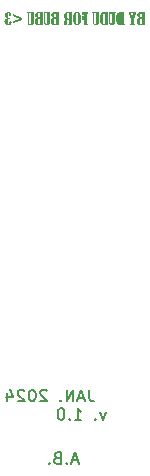
<source format=gbr>
%TF.GenerationSoftware,KiCad,Pcbnew,7.0.10*%
%TF.CreationDate,2024-01-12T17:51:54+01:00*%
%TF.ProjectId,LightDudu4Lila,4c696768-7444-4756-9475-344c696c612e,rev?*%
%TF.SameCoordinates,Original*%
%TF.FileFunction,Legend,Bot*%
%TF.FilePolarity,Positive*%
%FSLAX46Y46*%
G04 Gerber Fmt 4.6, Leading zero omitted, Abs format (unit mm)*
G04 Created by KiCad (PCBNEW 7.0.10) date 2024-01-12 17:51:54*
%MOMM*%
%LPD*%
G01*
G04 APERTURE LIST*
%ADD10C,0.150000*%
%ADD11C,2.000000*%
%ADD12C,1.700000*%
%ADD13R,1.500000X1.600000*%
%ADD14C,1.600000*%
%ADD15C,3.000000*%
%ADD16C,2.200000*%
%ADD17C,1.100000*%
%ADD18R,1.730000X2.030000*%
%ADD19O,1.730000X2.030000*%
G04 APERTURE END LIST*
D10*
X121376839Y-102809704D02*
X120900649Y-102809704D01*
X121472077Y-103095419D02*
X121138744Y-102095419D01*
X121138744Y-102095419D02*
X120805411Y-103095419D01*
X120472077Y-103000180D02*
X120424458Y-103047800D01*
X120424458Y-103047800D02*
X120472077Y-103095419D01*
X120472077Y-103095419D02*
X120519696Y-103047800D01*
X120519696Y-103047800D02*
X120472077Y-103000180D01*
X120472077Y-103000180D02*
X120472077Y-103095419D01*
X119662554Y-102571609D02*
X119519697Y-102619228D01*
X119519697Y-102619228D02*
X119472078Y-102666847D01*
X119472078Y-102666847D02*
X119424459Y-102762085D01*
X119424459Y-102762085D02*
X119424459Y-102904942D01*
X119424459Y-102904942D02*
X119472078Y-103000180D01*
X119472078Y-103000180D02*
X119519697Y-103047800D01*
X119519697Y-103047800D02*
X119614935Y-103095419D01*
X119614935Y-103095419D02*
X119995887Y-103095419D01*
X119995887Y-103095419D02*
X119995887Y-102095419D01*
X119995887Y-102095419D02*
X119662554Y-102095419D01*
X119662554Y-102095419D02*
X119567316Y-102143038D01*
X119567316Y-102143038D02*
X119519697Y-102190657D01*
X119519697Y-102190657D02*
X119472078Y-102285895D01*
X119472078Y-102285895D02*
X119472078Y-102381133D01*
X119472078Y-102381133D02*
X119519697Y-102476371D01*
X119519697Y-102476371D02*
X119567316Y-102523990D01*
X119567316Y-102523990D02*
X119662554Y-102571609D01*
X119662554Y-102571609D02*
X119995887Y-102571609D01*
X118995887Y-103000180D02*
X118948268Y-103047800D01*
X118948268Y-103047800D02*
X118995887Y-103095419D01*
X118995887Y-103095419D02*
X119043506Y-103047800D01*
X119043506Y-103047800D02*
X118995887Y-103000180D01*
X118995887Y-103000180D02*
X118995887Y-103095419D01*
G36*
X127110601Y-64862069D02*
G01*
X127121019Y-64864542D01*
X127129441Y-64870553D01*
X127132201Y-64875218D01*
X127134967Y-64884720D01*
X127136185Y-64894727D01*
X127136524Y-64905235D01*
X127136502Y-64910540D01*
X127136285Y-64921431D01*
X127135663Y-64932376D01*
X127134081Y-64942116D01*
X127133525Y-64943479D01*
X127126640Y-64950798D01*
X127117961Y-64955549D01*
X127111466Y-64958682D01*
X127101752Y-64963670D01*
X127093226Y-64968596D01*
X127085233Y-64974844D01*
X127083044Y-64978042D01*
X127080279Y-64987592D01*
X127079615Y-64998048D01*
X127079615Y-65823833D01*
X127079959Y-65830325D01*
X127082058Y-65840487D01*
X127086065Y-65849826D01*
X127091980Y-65858342D01*
X127099803Y-65866036D01*
X127109535Y-65872906D01*
X127118694Y-65877810D01*
X127122011Y-65879543D01*
X127130005Y-65885744D01*
X127135444Y-65894403D01*
X127137256Y-65904921D01*
X127137256Y-65948885D01*
X127137076Y-65952944D01*
X127134371Y-65962727D01*
X127126658Y-65969803D01*
X127116740Y-65971600D01*
X126780662Y-65971600D01*
X126769337Y-65971516D01*
X126758198Y-65971267D01*
X126747246Y-65970850D01*
X126736481Y-65970268D01*
X126725902Y-65969518D01*
X126715509Y-65968603D01*
X126705303Y-65967521D01*
X126695284Y-65966272D01*
X126685451Y-65964857D01*
X126675804Y-65963275D01*
X126657071Y-65959613D01*
X126639084Y-65955284D01*
X126621843Y-65950289D01*
X126605348Y-65944629D01*
X126589599Y-65938302D01*
X126574596Y-65931310D01*
X126560340Y-65923652D01*
X126546829Y-65915327D01*
X126534064Y-65906337D01*
X126522046Y-65896681D01*
X126510774Y-65886359D01*
X126505409Y-65880945D01*
X126495191Y-65869597D01*
X126485654Y-65857556D01*
X126476798Y-65844823D01*
X126468624Y-65831398D01*
X126461130Y-65817279D01*
X126454318Y-65802468D01*
X126448188Y-65786965D01*
X126442738Y-65770768D01*
X126437969Y-65753879D01*
X126433882Y-65736298D01*
X126430476Y-65718023D01*
X126427751Y-65699056D01*
X126426644Y-65689313D01*
X126425708Y-65679397D01*
X126424941Y-65669307D01*
X126424345Y-65659044D01*
X126423919Y-65648608D01*
X126423664Y-65637999D01*
X126423643Y-65635277D01*
X126710076Y-65635277D01*
X126710091Y-65650177D01*
X126710137Y-65664529D01*
X126710213Y-65678333D01*
X126710320Y-65691590D01*
X126710457Y-65704300D01*
X126710625Y-65716461D01*
X126710824Y-65728075D01*
X126711053Y-65739141D01*
X126711312Y-65749660D01*
X126711602Y-65759631D01*
X126712095Y-65773561D01*
X126712656Y-65786258D01*
X126713285Y-65797724D01*
X126713984Y-65807957D01*
X126714829Y-65817232D01*
X126716451Y-65828677D01*
X126718638Y-65839069D01*
X126722166Y-65850577D01*
X126726576Y-65860440D01*
X126731869Y-65868657D01*
X126739385Y-65876345D01*
X126748913Y-65882155D01*
X126759097Y-65886079D01*
X126768712Y-65888617D01*
X126779632Y-65890620D01*
X126791858Y-65892089D01*
X126801883Y-65892841D01*
X126812643Y-65893292D01*
X126824137Y-65893442D01*
X126824137Y-65377601D01*
X126787745Y-65377601D01*
X126782197Y-65377693D01*
X126771888Y-65378432D01*
X126761184Y-65380227D01*
X126750696Y-65383509D01*
X126742072Y-65388103D01*
X126737490Y-65391500D01*
X126730384Y-65398575D01*
X126724747Y-65406887D01*
X126720578Y-65416436D01*
X126719802Y-65418939D01*
X126717678Y-65429747D01*
X126716434Y-65439700D01*
X126715327Y-65451851D01*
X126714587Y-65462407D01*
X126713924Y-65474199D01*
X126713339Y-65487228D01*
X126712831Y-65501493D01*
X126712535Y-65511690D01*
X126712274Y-65522437D01*
X126712139Y-65527871D01*
X126711881Y-65538369D01*
X126711527Y-65553194D01*
X126711211Y-65566912D01*
X126710934Y-65579521D01*
X126710696Y-65591023D01*
X126710496Y-65601417D01*
X126710290Y-65613553D01*
X126710153Y-65623719D01*
X126710076Y-65635277D01*
X126423643Y-65635277D01*
X126423579Y-65627217D01*
X126423764Y-65613122D01*
X126424319Y-65599412D01*
X126425245Y-65586087D01*
X126426540Y-65573148D01*
X126428206Y-65560594D01*
X126430242Y-65548426D01*
X126432648Y-65536643D01*
X126435425Y-65525246D01*
X126438571Y-65514234D01*
X126442088Y-65503607D01*
X126445975Y-65493366D01*
X126450232Y-65483511D01*
X126454859Y-65474041D01*
X126459857Y-65464956D01*
X126465224Y-65456257D01*
X126470962Y-65447943D01*
X126477191Y-65439904D01*
X126484033Y-65432029D01*
X126491487Y-65424318D01*
X126499554Y-65416771D01*
X126508233Y-65409389D01*
X126517525Y-65402170D01*
X126527429Y-65395116D01*
X126537946Y-65388225D01*
X126549075Y-65381499D01*
X126560817Y-65374937D01*
X126573171Y-65368539D01*
X126586138Y-65362305D01*
X126599717Y-65356235D01*
X126613909Y-65350330D01*
X126628713Y-65344588D01*
X126644130Y-65339011D01*
X126633821Y-65336261D01*
X126623717Y-65333202D01*
X126613816Y-65329834D01*
X126604120Y-65326157D01*
X126594628Y-65322171D01*
X126585340Y-65317876D01*
X126576256Y-65313272D01*
X126567377Y-65308358D01*
X126558701Y-65303135D01*
X126550230Y-65297604D01*
X126541963Y-65291763D01*
X126533900Y-65285613D01*
X126526042Y-65279154D01*
X126518387Y-65272386D01*
X126510937Y-65265308D01*
X126503690Y-65257922D01*
X126496740Y-65250238D01*
X126490238Y-65242329D01*
X126484184Y-65234194D01*
X126478579Y-65225834D01*
X126473423Y-65217250D01*
X126468714Y-65208440D01*
X126464454Y-65199405D01*
X126460643Y-65190145D01*
X126457280Y-65180659D01*
X126454365Y-65170949D01*
X126451899Y-65161013D01*
X126449881Y-65150852D01*
X126448311Y-65140466D01*
X126447190Y-65129855D01*
X126446518Y-65119018D01*
X126446293Y-65107957D01*
X126446535Y-65096722D01*
X126707878Y-65096722D01*
X126707905Y-65109742D01*
X126707989Y-65122333D01*
X126708129Y-65134494D01*
X126708324Y-65146227D01*
X126708575Y-65157530D01*
X126708882Y-65168403D01*
X126709245Y-65178847D01*
X126709664Y-65188862D01*
X126710308Y-65201548D01*
X126711053Y-65213470D01*
X126711485Y-65219138D01*
X126712744Y-65229862D01*
X126714530Y-65239769D01*
X126717503Y-65251004D01*
X126721299Y-65260963D01*
X126726941Y-65271230D01*
X126733767Y-65279660D01*
X126738885Y-65284296D01*
X126747434Y-65290092D01*
X126757031Y-65294497D01*
X126767676Y-65297511D01*
X126777347Y-65298960D01*
X126787745Y-65299443D01*
X126824137Y-65299443D01*
X126824137Y-64939918D01*
X126787745Y-64939918D01*
X126782584Y-64940031D01*
X126770476Y-64941309D01*
X126759501Y-64944005D01*
X126749658Y-64948121D01*
X126740949Y-64953655D01*
X126733372Y-64960609D01*
X126726928Y-64968983D01*
X126724622Y-64972888D01*
X126720454Y-64982329D01*
X126716882Y-64993946D01*
X126714594Y-65004086D01*
X126712640Y-65015450D01*
X126711022Y-65028037D01*
X126709738Y-65041848D01*
X126709068Y-65051735D01*
X126708547Y-65062166D01*
X126708175Y-65073141D01*
X126707952Y-65084659D01*
X126707878Y-65096722D01*
X126446535Y-65096722D01*
X126446578Y-65094702D01*
X126447431Y-65081743D01*
X126448852Y-65069079D01*
X126450842Y-65056712D01*
X126453401Y-65044640D01*
X126456529Y-65032864D01*
X126460225Y-65021383D01*
X126464490Y-65010199D01*
X126469323Y-64999310D01*
X126474725Y-64988717D01*
X126480695Y-64978419D01*
X126487235Y-64968418D01*
X126494342Y-64958712D01*
X126502019Y-64949302D01*
X126510264Y-64940188D01*
X126519078Y-64931369D01*
X126528423Y-64922940D01*
X126538262Y-64915055D01*
X126548596Y-64907713D01*
X126559424Y-64900915D01*
X126570746Y-64894661D01*
X126582562Y-64888951D01*
X126594872Y-64883785D01*
X126607677Y-64879162D01*
X126620976Y-64875084D01*
X126634769Y-64871549D01*
X126649056Y-64868558D01*
X126663837Y-64866111D01*
X126679113Y-64864207D01*
X126694883Y-64862848D01*
X126711147Y-64862032D01*
X126727905Y-64861760D01*
X127104284Y-64861760D01*
X127110601Y-64862069D01*
G37*
G36*
X125925079Y-65476763D02*
G01*
X125925079Y-65838243D01*
X125923851Y-65848060D01*
X125919315Y-65858168D01*
X125912766Y-65865679D01*
X125903762Y-65872124D01*
X125894382Y-65876683D01*
X125890152Y-65878299D01*
X125880838Y-65882022D01*
X125872156Y-65886844D01*
X125869148Y-65889290D01*
X125865576Y-65898483D01*
X125864253Y-65908446D01*
X125863566Y-65919683D01*
X125863309Y-65930949D01*
X125863286Y-65935940D01*
X125863555Y-65946000D01*
X125864690Y-65956151D01*
X125868223Y-65965721D01*
X125868903Y-65966470D01*
X125878426Y-65970618D01*
X125888638Y-65971579D01*
X125890641Y-65971600D01*
X126216461Y-65971600D01*
X126226933Y-65970317D01*
X126235815Y-65965108D01*
X126240023Y-65955892D01*
X126240397Y-65951083D01*
X126240397Y-65912248D01*
X126238889Y-65902252D01*
X126233474Y-65892517D01*
X126225505Y-65885476D01*
X126216274Y-65880539D01*
X126208889Y-65877810D01*
X126199606Y-65874085D01*
X126190819Y-65868599D01*
X126186908Y-65864377D01*
X126183067Y-65854660D01*
X126181641Y-65844456D01*
X126181290Y-65834335D01*
X126181290Y-65494593D01*
X126319287Y-65003909D01*
X126322934Y-64993069D01*
X126327464Y-64983444D01*
X126332876Y-64975037D01*
X126340535Y-64966553D01*
X126349465Y-64959821D01*
X126357878Y-64955549D01*
X126366499Y-64949780D01*
X126371823Y-64941050D01*
X126373021Y-64932835D01*
X126373021Y-64880322D01*
X126371065Y-64870534D01*
X126363554Y-64863573D01*
X126352993Y-64861760D01*
X126061611Y-64861760D01*
X126051933Y-64863316D01*
X126045247Y-64868843D01*
X126042408Y-64879175D01*
X126041500Y-64888983D01*
X126041131Y-64899894D01*
X126041095Y-64905235D01*
X126041180Y-64915645D01*
X126041498Y-64925858D01*
X126042249Y-64935933D01*
X126043537Y-64943093D01*
X126048990Y-64951345D01*
X126056970Y-64957015D01*
X126064645Y-64963347D01*
X126070226Y-64971381D01*
X126072784Y-64981429D01*
X126072846Y-64983393D01*
X126071991Y-64993285D01*
X126069841Y-65002942D01*
X126069427Y-65004398D01*
X125979301Y-65302374D01*
X125886733Y-65002688D01*
X125886026Y-64992877D01*
X125886000Y-64989743D01*
X125887664Y-64978905D01*
X125891850Y-64969271D01*
X125897466Y-64960902D01*
X125904953Y-64952430D01*
X125912623Y-64945291D01*
X125919715Y-64937966D01*
X125924483Y-64929310D01*
X125925079Y-64925263D01*
X125925079Y-64884475D01*
X125923827Y-64874537D01*
X125918742Y-64866108D01*
X125909745Y-64862115D01*
X125905051Y-64861760D01*
X125754598Y-64861760D01*
X125744680Y-64863557D01*
X125736966Y-64870633D01*
X125734262Y-64880415D01*
X125734081Y-64884475D01*
X125734081Y-64927950D01*
X125736980Y-64938068D01*
X125743324Y-64945821D01*
X125749224Y-64950664D01*
X125757004Y-64956859D01*
X125764008Y-64963840D01*
X125770237Y-64971609D01*
X125775690Y-64980164D01*
X125780369Y-64989507D01*
X125784272Y-64999637D01*
X125785617Y-65003909D01*
X125925079Y-65476763D01*
G37*
G36*
X125313874Y-64861790D02*
G01*
X125324241Y-64862122D01*
X125334871Y-64863010D01*
X125345973Y-64865021D01*
X125355505Y-64869332D01*
X125356570Y-64870309D01*
X125361516Y-64878735D01*
X125363748Y-64889115D01*
X125364298Y-64899618D01*
X125364083Y-64910752D01*
X125363290Y-64921788D01*
X125361668Y-64931825D01*
X125358192Y-64941139D01*
X125353102Y-64946639D01*
X125344034Y-64952043D01*
X125334012Y-64955549D01*
X125331253Y-64956432D01*
X125321842Y-64960515D01*
X125313728Y-64966865D01*
X125309343Y-64976310D01*
X125309343Y-65817971D01*
X125309942Y-65827561D01*
X125312376Y-65838701D01*
X125316683Y-65848899D01*
X125322861Y-65858155D01*
X125330913Y-65866468D01*
X125338702Y-65872441D01*
X125347689Y-65877810D01*
X125352879Y-65880810D01*
X125361611Y-65887030D01*
X125367717Y-65895151D01*
X125368747Y-65902030D01*
X125369348Y-65911892D01*
X125369602Y-65921967D01*
X125369671Y-65932276D01*
X125369665Y-65933816D01*
X125369207Y-65944899D01*
X125367816Y-65954739D01*
X125363809Y-65964516D01*
X125361751Y-65966557D01*
X125352856Y-65970603D01*
X125342804Y-65971600D01*
X124980348Y-65971600D01*
X124971215Y-65971466D01*
X124953288Y-65970400D01*
X124935813Y-65968266D01*
X124918790Y-65965066D01*
X124902220Y-65960800D01*
X124886102Y-65955466D01*
X124870436Y-65949066D01*
X124855222Y-65941600D01*
X124840461Y-65933067D01*
X124826152Y-65923467D01*
X124812295Y-65912800D01*
X124798890Y-65901067D01*
X124785937Y-65888267D01*
X124773437Y-65874401D01*
X124761389Y-65859467D01*
X124755535Y-65851601D01*
X124749793Y-65843468D01*
X124744165Y-65835068D01*
X124738665Y-65826399D01*
X124733340Y-65817460D01*
X124728190Y-65808251D01*
X124723214Y-65798771D01*
X124718412Y-65789021D01*
X124713785Y-65779000D01*
X124709333Y-65768708D01*
X124705056Y-65758147D01*
X124700980Y-65747385D01*
X124943223Y-65747385D01*
X124943240Y-65752465D01*
X124943502Y-65767119D01*
X124944076Y-65780892D01*
X124944964Y-65793786D01*
X124946166Y-65805799D01*
X124947680Y-65816933D01*
X124949509Y-65827186D01*
X124952434Y-65839488D01*
X124955916Y-65850225D01*
X124961053Y-65861446D01*
X124963362Y-65865320D01*
X124969847Y-65873913D01*
X124977344Y-65880943D01*
X124985856Y-65886411D01*
X124995381Y-65890317D01*
X125005920Y-65892661D01*
X125017473Y-65893442D01*
X125053865Y-65893442D01*
X125053865Y-64939918D01*
X125027731Y-64939918D01*
X125022735Y-64940031D01*
X125010881Y-64941309D01*
X124999933Y-64944005D01*
X124989891Y-64948121D01*
X124980756Y-64953655D01*
X124972527Y-64960609D01*
X124965205Y-64968983D01*
X124963852Y-64970801D01*
X124957734Y-64980400D01*
X124952690Y-64990846D01*
X124948718Y-65002139D01*
X124946314Y-65011782D01*
X124944597Y-65021968D01*
X124943566Y-65032696D01*
X124943223Y-65043965D01*
X124943223Y-65747385D01*
X124700980Y-65747385D01*
X124700953Y-65747314D01*
X124697024Y-65736211D01*
X124693270Y-65724838D01*
X124689691Y-65713194D01*
X124686287Y-65701280D01*
X124683057Y-65689095D01*
X124680001Y-65676640D01*
X124677120Y-65663915D01*
X124674414Y-65650918D01*
X124671883Y-65637652D01*
X124669525Y-65624115D01*
X124667343Y-65610307D01*
X124665335Y-65596229D01*
X124663502Y-65581880D01*
X124661843Y-65567261D01*
X124660359Y-65552372D01*
X124659050Y-65537212D01*
X124657915Y-65521781D01*
X124656955Y-65506081D01*
X124656169Y-65490109D01*
X124655558Y-65473867D01*
X124655121Y-65457355D01*
X124654859Y-65440572D01*
X124654772Y-65423519D01*
X124654862Y-65404819D01*
X124655133Y-65386455D01*
X124655584Y-65368427D01*
X124656215Y-65350734D01*
X124657026Y-65333378D01*
X124658018Y-65316357D01*
X124659190Y-65299672D01*
X124660542Y-65283323D01*
X124662075Y-65267310D01*
X124663788Y-65251633D01*
X124665681Y-65236291D01*
X124667755Y-65221285D01*
X124670009Y-65206616D01*
X124672443Y-65192282D01*
X124675058Y-65178283D01*
X124677853Y-65164621D01*
X124680828Y-65151295D01*
X124683984Y-65138304D01*
X124687320Y-65125649D01*
X124690836Y-65113330D01*
X124694533Y-65101347D01*
X124698410Y-65089700D01*
X124702467Y-65078388D01*
X124706704Y-65067412D01*
X124711122Y-65056773D01*
X124715720Y-65046469D01*
X124720499Y-65036500D01*
X124725458Y-65026868D01*
X124730597Y-65017572D01*
X124735916Y-65008611D01*
X124741416Y-64999986D01*
X124747096Y-64991697D01*
X124758826Y-64975963D01*
X124770936Y-64961243D01*
X124783426Y-64947539D01*
X124796296Y-64934850D01*
X124809545Y-64923176D01*
X124823174Y-64912517D01*
X124837182Y-64902873D01*
X124851571Y-64894244D01*
X124866339Y-64886631D01*
X124881487Y-64880032D01*
X124897014Y-64874449D01*
X124912922Y-64869881D01*
X124929209Y-64866328D01*
X124945875Y-64863790D01*
X124962922Y-64862268D01*
X124980348Y-64861760D01*
X125309343Y-64861760D01*
X125313874Y-64861790D01*
G37*
G36*
X124575149Y-64861760D02*
G01*
X124277905Y-64861760D01*
X124268094Y-64862722D01*
X124259485Y-64867377D01*
X124258610Y-64868599D01*
X124255922Y-64878552D01*
X124254949Y-64889245D01*
X124254559Y-64899549D01*
X124254458Y-64909632D01*
X124254941Y-64919897D01*
X124256796Y-64930705D01*
X124260718Y-64941231D01*
X124266533Y-64949512D01*
X124274242Y-64955549D01*
X124282728Y-64960811D01*
X124290330Y-64967314D01*
X124294514Y-64972890D01*
X124297835Y-64982776D01*
X124299142Y-64992831D01*
X124299623Y-65003974D01*
X124299643Y-65007084D01*
X124299643Y-65775961D01*
X124299016Y-65787355D01*
X124297136Y-65797908D01*
X124294002Y-65807620D01*
X124289614Y-65816490D01*
X124283972Y-65824519D01*
X124281813Y-65827008D01*
X124273545Y-65834621D01*
X124264342Y-65840365D01*
X124254204Y-65844238D01*
X124243131Y-65846242D01*
X124236384Y-65846547D01*
X124225633Y-65845495D01*
X124215607Y-65842340D01*
X124206306Y-65837080D01*
X124197729Y-65829717D01*
X124193153Y-65824565D01*
X124187094Y-65816067D01*
X124182288Y-65807243D01*
X124178736Y-65798093D01*
X124176177Y-65787005D01*
X124175341Y-65777147D01*
X124175323Y-65775472D01*
X124175323Y-65003177D01*
X124175633Y-64992877D01*
X124176850Y-64982912D01*
X124179231Y-64975333D01*
X124185188Y-64966972D01*
X124192763Y-64959817D01*
X124198038Y-64955549D01*
X124206006Y-64948294D01*
X124212326Y-64939715D01*
X124216997Y-64929815D01*
X124220020Y-64918592D01*
X124221279Y-64908230D01*
X124221485Y-64901572D01*
X124221262Y-64891746D01*
X124220270Y-64881129D01*
X124217609Y-64871166D01*
X124215135Y-64867622D01*
X124206474Y-64863048D01*
X124196084Y-64861760D01*
X124047584Y-64861760D01*
X124036792Y-64863271D01*
X124028336Y-64868584D01*
X124023783Y-64877723D01*
X124022916Y-64885940D01*
X124022916Y-64917936D01*
X124023084Y-64927706D01*
X124023863Y-64937949D01*
X124025603Y-64945291D01*
X124033063Y-64951931D01*
X124041478Y-64955549D01*
X124050766Y-64959544D01*
X124059834Y-64965818D01*
X124066634Y-64973707D01*
X124071168Y-64983209D01*
X124073435Y-64994326D01*
X124073718Y-65000490D01*
X124073718Y-65754956D01*
X124073958Y-65768184D01*
X124074676Y-65781063D01*
X124075874Y-65793593D01*
X124077550Y-65805774D01*
X124079705Y-65817605D01*
X124082339Y-65829088D01*
X124085453Y-65840221D01*
X124089045Y-65851005D01*
X124093116Y-65861439D01*
X124097666Y-65871525D01*
X124102695Y-65881261D01*
X124108202Y-65890648D01*
X124114189Y-65899686D01*
X124120655Y-65908375D01*
X124127600Y-65916715D01*
X124135023Y-65924705D01*
X124142844Y-65932276D01*
X124151040Y-65939359D01*
X124159613Y-65945954D01*
X124168561Y-65952060D01*
X124177885Y-65957678D01*
X124187585Y-65962807D01*
X124197661Y-65967447D01*
X124208113Y-65971600D01*
X124218941Y-65975263D01*
X124230145Y-65978438D01*
X124241724Y-65981125D01*
X124253680Y-65983323D01*
X124266011Y-65985033D01*
X124278718Y-65986254D01*
X124291802Y-65986987D01*
X124305261Y-65987231D01*
X124320329Y-65986972D01*
X124334944Y-65986193D01*
X124349104Y-65984895D01*
X124362810Y-65983079D01*
X124376062Y-65980743D01*
X124388860Y-65977889D01*
X124401204Y-65974515D01*
X124413094Y-65970623D01*
X124424529Y-65966211D01*
X124435511Y-65961280D01*
X124446038Y-65955831D01*
X124456111Y-65949862D01*
X124465730Y-65943374D01*
X124474895Y-65936367D01*
X124483606Y-65928842D01*
X124491862Y-65920797D01*
X124499641Y-65912233D01*
X124506917Y-65903212D01*
X124513692Y-65893732D01*
X124519965Y-65883794D01*
X124525737Y-65873399D01*
X124531006Y-65862545D01*
X124535773Y-65851234D01*
X124540039Y-65839464D01*
X124543803Y-65827237D01*
X124547065Y-65814551D01*
X124549825Y-65801408D01*
X124552083Y-65787807D01*
X124553840Y-65773748D01*
X124555094Y-65759230D01*
X124555847Y-65744255D01*
X124556098Y-65728822D01*
X124556098Y-64998536D01*
X124557154Y-64988169D01*
X124560323Y-64978867D01*
X124565603Y-64970629D01*
X124572997Y-64963457D01*
X124582502Y-64957349D01*
X124586140Y-64955549D01*
X124595137Y-64951131D01*
X124603174Y-64945116D01*
X124604458Y-64943337D01*
X124606745Y-64933784D01*
X124607343Y-64923782D01*
X124607389Y-64919401D01*
X124607276Y-64908257D01*
X124606936Y-64898483D01*
X124606229Y-64888566D01*
X124604779Y-64878414D01*
X124602748Y-64871774D01*
X124595061Y-64864928D01*
X124585392Y-64862386D01*
X124575149Y-64861760D01*
G37*
G36*
X123943183Y-64861790D02*
G01*
X123953550Y-64862122D01*
X123964181Y-64863010D01*
X123975282Y-64865021D01*
X123984814Y-64869332D01*
X123985879Y-64870309D01*
X123990825Y-64878735D01*
X123993057Y-64889115D01*
X123993607Y-64899618D01*
X123993392Y-64910752D01*
X123992599Y-64921788D01*
X123990977Y-64931825D01*
X123987501Y-64941139D01*
X123982411Y-64946639D01*
X123973343Y-64952043D01*
X123963321Y-64955549D01*
X123960562Y-64956432D01*
X123951151Y-64960515D01*
X123943037Y-64966865D01*
X123938652Y-64976310D01*
X123938652Y-65817971D01*
X123939251Y-65827561D01*
X123941685Y-65838701D01*
X123945992Y-65848899D01*
X123952171Y-65858155D01*
X123960222Y-65866468D01*
X123968011Y-65872441D01*
X123976998Y-65877810D01*
X123982188Y-65880810D01*
X123990920Y-65887030D01*
X123997026Y-65895151D01*
X123998057Y-65902030D01*
X123998658Y-65911892D01*
X123998911Y-65921967D01*
X123998980Y-65932276D01*
X123998974Y-65933816D01*
X123998516Y-65944899D01*
X123997125Y-65954739D01*
X123993118Y-65964516D01*
X123991060Y-65966557D01*
X123982166Y-65970603D01*
X123972113Y-65971600D01*
X123609657Y-65971600D01*
X123600524Y-65971466D01*
X123582597Y-65970400D01*
X123565122Y-65968266D01*
X123548099Y-65965066D01*
X123531529Y-65960800D01*
X123515411Y-65955466D01*
X123499745Y-65949066D01*
X123484531Y-65941600D01*
X123469770Y-65933067D01*
X123455461Y-65923467D01*
X123441604Y-65912800D01*
X123428199Y-65901067D01*
X123415247Y-65888267D01*
X123402746Y-65874401D01*
X123390698Y-65859467D01*
X123384844Y-65851601D01*
X123379102Y-65843468D01*
X123373474Y-65835068D01*
X123367974Y-65826399D01*
X123362649Y-65817460D01*
X123357499Y-65808251D01*
X123352523Y-65798771D01*
X123347721Y-65789021D01*
X123343095Y-65779000D01*
X123338642Y-65768708D01*
X123334365Y-65758147D01*
X123330289Y-65747385D01*
X123572532Y-65747385D01*
X123572550Y-65752465D01*
X123572811Y-65767119D01*
X123573385Y-65780892D01*
X123574273Y-65793786D01*
X123575475Y-65805799D01*
X123576990Y-65816933D01*
X123578818Y-65827186D01*
X123581743Y-65839488D01*
X123585225Y-65850225D01*
X123590362Y-65861446D01*
X123592672Y-65865320D01*
X123599156Y-65873913D01*
X123606654Y-65880943D01*
X123615165Y-65886411D01*
X123624690Y-65890317D01*
X123635229Y-65892661D01*
X123646782Y-65893442D01*
X123683174Y-65893442D01*
X123683174Y-64939918D01*
X123657040Y-64939918D01*
X123652045Y-64940031D01*
X123640190Y-64941309D01*
X123629242Y-64944005D01*
X123619201Y-64948121D01*
X123610065Y-64953655D01*
X123601836Y-64960609D01*
X123594514Y-64968983D01*
X123593162Y-64970801D01*
X123587044Y-64980400D01*
X123581999Y-64990846D01*
X123578028Y-65002139D01*
X123575623Y-65011782D01*
X123573906Y-65021968D01*
X123572876Y-65032696D01*
X123572532Y-65043965D01*
X123572532Y-65747385D01*
X123330289Y-65747385D01*
X123330262Y-65747314D01*
X123326333Y-65736211D01*
X123322580Y-65724838D01*
X123319000Y-65713194D01*
X123315596Y-65701280D01*
X123312366Y-65689095D01*
X123309310Y-65676640D01*
X123306430Y-65663915D01*
X123303723Y-65650918D01*
X123301192Y-65637652D01*
X123298835Y-65624115D01*
X123296652Y-65610307D01*
X123294644Y-65596229D01*
X123292811Y-65581880D01*
X123291152Y-65567261D01*
X123289668Y-65552372D01*
X123288359Y-65537212D01*
X123287224Y-65521781D01*
X123286264Y-65506081D01*
X123285478Y-65490109D01*
X123284867Y-65473867D01*
X123284430Y-65457355D01*
X123284169Y-65440572D01*
X123284081Y-65423519D01*
X123284171Y-65404819D01*
X123284442Y-65386455D01*
X123284893Y-65368427D01*
X123285524Y-65350734D01*
X123286335Y-65333378D01*
X123287327Y-65316357D01*
X123288499Y-65299672D01*
X123289852Y-65283323D01*
X123291384Y-65267310D01*
X123293097Y-65251633D01*
X123294991Y-65236291D01*
X123297064Y-65221285D01*
X123299318Y-65206616D01*
X123301753Y-65192282D01*
X123304367Y-65178283D01*
X123307162Y-65164621D01*
X123310138Y-65151295D01*
X123313293Y-65138304D01*
X123316629Y-65125649D01*
X123320145Y-65113330D01*
X123323842Y-65101347D01*
X123327719Y-65089700D01*
X123331776Y-65078388D01*
X123336013Y-65067412D01*
X123340431Y-65056773D01*
X123345029Y-65046469D01*
X123349808Y-65036500D01*
X123354767Y-65026868D01*
X123359906Y-65017572D01*
X123365225Y-65008611D01*
X123370725Y-64999986D01*
X123376405Y-64991697D01*
X123388135Y-64975963D01*
X123400245Y-64961243D01*
X123412735Y-64947539D01*
X123425605Y-64934850D01*
X123438854Y-64923176D01*
X123452483Y-64912517D01*
X123466492Y-64902873D01*
X123480880Y-64894244D01*
X123495648Y-64886631D01*
X123510796Y-64880032D01*
X123526323Y-64874449D01*
X123542231Y-64869881D01*
X123558518Y-64866328D01*
X123575184Y-64863790D01*
X123592231Y-64862268D01*
X123609657Y-64861760D01*
X123938652Y-64861760D01*
X123943183Y-64861790D01*
G37*
G36*
X123204458Y-64861760D02*
G01*
X122907215Y-64861760D01*
X122897403Y-64862722D01*
X122888795Y-64867377D01*
X122887919Y-64868599D01*
X122885231Y-64878552D01*
X122884258Y-64889245D01*
X122883869Y-64899549D01*
X122883767Y-64909632D01*
X122884250Y-64919897D01*
X122886105Y-64930705D01*
X122890027Y-64941231D01*
X122895842Y-64949512D01*
X122903551Y-64955549D01*
X122912037Y-64960811D01*
X122919639Y-64967314D01*
X122923823Y-64972890D01*
X122927144Y-64982776D01*
X122928451Y-64992831D01*
X122928932Y-65003974D01*
X122928952Y-65007084D01*
X122928952Y-65775961D01*
X122928325Y-65787355D01*
X122926445Y-65797908D01*
X122923311Y-65807620D01*
X122918923Y-65816490D01*
X122913282Y-65824519D01*
X122911122Y-65827008D01*
X122902854Y-65834621D01*
X122893651Y-65840365D01*
X122883513Y-65844238D01*
X122872440Y-65846242D01*
X122865693Y-65846547D01*
X122854943Y-65845495D01*
X122844916Y-65842340D01*
X122835615Y-65837080D01*
X122827038Y-65829717D01*
X122822462Y-65824565D01*
X122816403Y-65816067D01*
X122811597Y-65807243D01*
X122808045Y-65798093D01*
X122805486Y-65787005D01*
X122804650Y-65777147D01*
X122804633Y-65775472D01*
X122804633Y-65003177D01*
X122804942Y-64992877D01*
X122806159Y-64982912D01*
X122808540Y-64975333D01*
X122814497Y-64966972D01*
X122822072Y-64959817D01*
X122827347Y-64955549D01*
X122835316Y-64948294D01*
X122841635Y-64939715D01*
X122846307Y-64929815D01*
X122849329Y-64918592D01*
X122850588Y-64908230D01*
X122850794Y-64901572D01*
X122850571Y-64891746D01*
X122849579Y-64881129D01*
X122846919Y-64871166D01*
X122844444Y-64867622D01*
X122835783Y-64863048D01*
X122825393Y-64861760D01*
X122676894Y-64861760D01*
X122666101Y-64863271D01*
X122657645Y-64868584D01*
X122653092Y-64877723D01*
X122652225Y-64885940D01*
X122652225Y-64917936D01*
X122652393Y-64927706D01*
X122653172Y-64937949D01*
X122654912Y-64945291D01*
X122662373Y-64951931D01*
X122670787Y-64955549D01*
X122680075Y-64959544D01*
X122689143Y-64965818D01*
X122695944Y-64973707D01*
X122700477Y-64983209D01*
X122702744Y-64994326D01*
X122703028Y-65000490D01*
X122703028Y-65754956D01*
X122703267Y-65768184D01*
X122703985Y-65781063D01*
X122705183Y-65793593D01*
X122706859Y-65805774D01*
X122709014Y-65817605D01*
X122711649Y-65829088D01*
X122714762Y-65840221D01*
X122718354Y-65851005D01*
X122722425Y-65861439D01*
X122726975Y-65871525D01*
X122732004Y-65881261D01*
X122737512Y-65890648D01*
X122743498Y-65899686D01*
X122749964Y-65908375D01*
X122756909Y-65916715D01*
X122764333Y-65924705D01*
X122772153Y-65932276D01*
X122780349Y-65939359D01*
X122788922Y-65945954D01*
X122797870Y-65952060D01*
X122807194Y-65957678D01*
X122816894Y-65962807D01*
X122826970Y-65967447D01*
X122837422Y-65971600D01*
X122848250Y-65975263D01*
X122859454Y-65978438D01*
X122871033Y-65981125D01*
X122882989Y-65983323D01*
X122895320Y-65985033D01*
X122908027Y-65986254D01*
X122921111Y-65986987D01*
X122934570Y-65987231D01*
X122949638Y-65986972D01*
X122964253Y-65986193D01*
X122978413Y-65984895D01*
X122992119Y-65983079D01*
X123005372Y-65980743D01*
X123018170Y-65977889D01*
X123030513Y-65974515D01*
X123042403Y-65970623D01*
X123053839Y-65966211D01*
X123064820Y-65961280D01*
X123075347Y-65955831D01*
X123085420Y-65949862D01*
X123095039Y-65943374D01*
X123104204Y-65936367D01*
X123112915Y-65928842D01*
X123121171Y-65920797D01*
X123128950Y-65912233D01*
X123136227Y-65903212D01*
X123143001Y-65893732D01*
X123149275Y-65883794D01*
X123155046Y-65873399D01*
X123160315Y-65862545D01*
X123165083Y-65851234D01*
X123169348Y-65839464D01*
X123173112Y-65827237D01*
X123176374Y-65814551D01*
X123179134Y-65801408D01*
X123181392Y-65787807D01*
X123183149Y-65773748D01*
X123184403Y-65759230D01*
X123185156Y-65744255D01*
X123185407Y-65728822D01*
X123185407Y-64998536D01*
X123186463Y-64988169D01*
X123189632Y-64978867D01*
X123194913Y-64970629D01*
X123202306Y-64963457D01*
X123211811Y-64957349D01*
X123215449Y-64955549D01*
X123224446Y-64951131D01*
X123232483Y-64945116D01*
X123233767Y-64943337D01*
X123236054Y-64933784D01*
X123236652Y-64923782D01*
X123236698Y-64919401D01*
X123236585Y-64908257D01*
X123236245Y-64898483D01*
X123235538Y-64888566D01*
X123234088Y-64878414D01*
X123232058Y-64871774D01*
X123224371Y-64864928D01*
X123214701Y-64862386D01*
X123204458Y-64861760D01*
G37*
G36*
X121969078Y-65408864D02*
G01*
X121969078Y-65833114D01*
X121967678Y-65844657D01*
X121963479Y-65854741D01*
X121956481Y-65863365D01*
X121948511Y-65869436D01*
X121938597Y-65874494D01*
X121929266Y-65877810D01*
X121919179Y-65880968D01*
X121910051Y-65885195D01*
X121904109Y-65890267D01*
X121900603Y-65899523D01*
X121899301Y-65910142D01*
X121898980Y-65921041D01*
X121899123Y-65931968D01*
X121899673Y-65943096D01*
X121900835Y-65953344D01*
X121903468Y-65962875D01*
X121904842Y-65965005D01*
X121914040Y-65969738D01*
X121924287Y-65971284D01*
X121933418Y-65971600D01*
X122247270Y-65971600D01*
X122257839Y-65971109D01*
X122267800Y-65969346D01*
X122277073Y-65965338D01*
X122281464Y-65961341D01*
X122285914Y-65951552D01*
X122287990Y-65941206D01*
X122289005Y-65929925D01*
X122289280Y-65918599D01*
X122288990Y-65907883D01*
X122287849Y-65898143D01*
X122285617Y-65891732D01*
X122278045Y-65885321D01*
X122268589Y-65880275D01*
X122263146Y-65877810D01*
X122252956Y-65873154D01*
X122243572Y-65868204D01*
X122235234Y-65862575D01*
X122231639Y-65859004D01*
X122227081Y-65849730D01*
X122225444Y-65839838D01*
X122225289Y-65835068D01*
X122225289Y-65003177D01*
X122226004Y-64992715D01*
X122228444Y-64983136D01*
X122232616Y-64975577D01*
X122240332Y-64968181D01*
X122249275Y-64962544D01*
X122258101Y-64958106D01*
X122263879Y-64955549D01*
X122272144Y-64949803D01*
X122277703Y-64941081D01*
X122280375Y-64930830D01*
X122280976Y-64921600D01*
X122280769Y-64911454D01*
X122280492Y-64900390D01*
X122280243Y-64890825D01*
X122277819Y-64880947D01*
X122272798Y-64872007D01*
X122264170Y-64865194D01*
X122254090Y-64862214D01*
X122247270Y-64861760D01*
X121818624Y-64861760D01*
X121808698Y-64862262D01*
X121799085Y-64864241D01*
X121791757Y-64868110D01*
X121785787Y-64876959D01*
X121782640Y-64886351D01*
X121780297Y-64897132D01*
X121780034Y-64898641D01*
X121778378Y-64908525D01*
X121778080Y-64910364D01*
X121747061Y-65064726D01*
X121745424Y-65074984D01*
X121744503Y-65084857D01*
X121744374Y-65089639D01*
X121746435Y-65099362D01*
X121753680Y-65106981D01*
X121762922Y-65110476D01*
X121773354Y-65111778D01*
X121777347Y-65111865D01*
X121787823Y-65111594D01*
X121799469Y-65110493D01*
X121809504Y-65108545D01*
X121819422Y-65105091D01*
X121828062Y-65099519D01*
X121832302Y-65094523D01*
X121837706Y-65084482D01*
X121842297Y-65074305D01*
X121846407Y-65064359D01*
X121850906Y-65052811D01*
X121854536Y-65043098D01*
X121858385Y-65032484D01*
X121862453Y-65020968D01*
X121866740Y-65008550D01*
X121870339Y-64998479D01*
X121873930Y-64989270D01*
X121878408Y-64978972D01*
X121882874Y-64970022D01*
X121888218Y-64961060D01*
X121894431Y-64953057D01*
X121895316Y-64952130D01*
X121903254Y-64945825D01*
X121913146Y-64941322D01*
X121923404Y-64938859D01*
X121933388Y-64937846D01*
X121938792Y-64937720D01*
X121948676Y-64938140D01*
X121958942Y-64938956D01*
X121969078Y-64939918D01*
X121969078Y-65330706D01*
X121933907Y-65330706D01*
X121922745Y-65330110D01*
X121911964Y-65327969D01*
X121902354Y-65323700D01*
X121896049Y-65318250D01*
X121890468Y-65309813D01*
X121886285Y-65299914D01*
X121883226Y-65289399D01*
X121881051Y-65279009D01*
X121880418Y-65275263D01*
X121878527Y-65265103D01*
X121876306Y-65254502D01*
X121873780Y-65244325D01*
X121870635Y-65234710D01*
X121868938Y-65231055D01*
X121859882Y-65225102D01*
X121850127Y-65222898D01*
X121839141Y-65221753D01*
X121828137Y-65221324D01*
X121823265Y-65221285D01*
X121812325Y-65221543D01*
X121802342Y-65222466D01*
X121792404Y-65225111D01*
X121790048Y-65226659D01*
X121785308Y-65235950D01*
X121784209Y-65245750D01*
X121784186Y-65247664D01*
X121784186Y-65493128D01*
X121784976Y-65503340D01*
X121788800Y-65512634D01*
X121789804Y-65513644D01*
X121799133Y-65516816D01*
X121810019Y-65517918D01*
X121821131Y-65518267D01*
X121824730Y-65518285D01*
X121835230Y-65518016D01*
X121846129Y-65516986D01*
X121856501Y-65514807D01*
X121866127Y-65510460D01*
X121869671Y-65507294D01*
X121874544Y-65498443D01*
X121877853Y-65488060D01*
X121880355Y-65476722D01*
X121882203Y-65465556D01*
X121883527Y-65455498D01*
X121883837Y-65452828D01*
X121885848Y-65442524D01*
X121890069Y-65431576D01*
X121896186Y-65422774D01*
X121904199Y-65416120D01*
X121914108Y-65411612D01*
X121925913Y-65409250D01*
X121933907Y-65408864D01*
X121969078Y-65408864D01*
G37*
G36*
X121358026Y-64846284D02*
G01*
X121377271Y-64847526D01*
X121396009Y-64850010D01*
X121414240Y-64853737D01*
X121431962Y-64858706D01*
X121449178Y-64864917D01*
X121465886Y-64872370D01*
X121482086Y-64881065D01*
X121497778Y-64891003D01*
X121512963Y-64902183D01*
X121527641Y-64914605D01*
X121534789Y-64921282D01*
X121541811Y-64928269D01*
X121548705Y-64935567D01*
X121555473Y-64943176D01*
X121562114Y-64951095D01*
X121568628Y-64959324D01*
X121575015Y-64967864D01*
X121581275Y-64976715D01*
X121587408Y-64985876D01*
X121593415Y-64995348D01*
X121599294Y-65005131D01*
X121605019Y-65015148D01*
X121610563Y-65025357D01*
X121615924Y-65035756D01*
X121621104Y-65046347D01*
X121626102Y-65057128D01*
X121630919Y-65068099D01*
X121635553Y-65079262D01*
X121640006Y-65090616D01*
X121644278Y-65102160D01*
X121648367Y-65113895D01*
X121652275Y-65125821D01*
X121656000Y-65137938D01*
X121659545Y-65150245D01*
X121662907Y-65162744D01*
X121666088Y-65175433D01*
X121669087Y-65188313D01*
X121671904Y-65201383D01*
X121674539Y-65214645D01*
X121676993Y-65228098D01*
X121679265Y-65241741D01*
X121681355Y-65255575D01*
X121683263Y-65269600D01*
X121684990Y-65283815D01*
X121686535Y-65298222D01*
X121687898Y-65312819D01*
X121689079Y-65327607D01*
X121690079Y-65342586D01*
X121690897Y-65357756D01*
X121691533Y-65373117D01*
X121691987Y-65388668D01*
X121692260Y-65404410D01*
X121692351Y-65420343D01*
X121692262Y-65435915D01*
X121691997Y-65451307D01*
X121691554Y-65466518D01*
X121690935Y-65481549D01*
X121690138Y-65496400D01*
X121689165Y-65511070D01*
X121688015Y-65525560D01*
X121686687Y-65539870D01*
X121685183Y-65553999D01*
X121683502Y-65567948D01*
X121681643Y-65581717D01*
X121679608Y-65595305D01*
X121677396Y-65608713D01*
X121675007Y-65621941D01*
X121672440Y-65634988D01*
X121669697Y-65647856D01*
X121666777Y-65660542D01*
X121663680Y-65673049D01*
X121660406Y-65685375D01*
X121656955Y-65697521D01*
X121653326Y-65709486D01*
X121649521Y-65721272D01*
X121645539Y-65732876D01*
X121641380Y-65744301D01*
X121637044Y-65755545D01*
X121632531Y-65766609D01*
X121627841Y-65777493D01*
X121622974Y-65788196D01*
X121617930Y-65798719D01*
X121612709Y-65809062D01*
X121607311Y-65819224D01*
X121601737Y-65829206D01*
X121596008Y-65838928D01*
X121590149Y-65848342D01*
X121584160Y-65857447D01*
X121578041Y-65866243D01*
X121571792Y-65874731D01*
X121565412Y-65882910D01*
X121558902Y-65890780D01*
X121552262Y-65898342D01*
X121545492Y-65905595D01*
X121538591Y-65912539D01*
X121524399Y-65925502D01*
X121509687Y-65937231D01*
X121494453Y-65947725D01*
X121478698Y-65956984D01*
X121462423Y-65965009D01*
X121445626Y-65971799D01*
X121428309Y-65977354D01*
X121410471Y-65981675D01*
X121392111Y-65984762D01*
X121373231Y-65986614D01*
X121353830Y-65987231D01*
X121343553Y-65987073D01*
X121333422Y-65986598D01*
X121323438Y-65985808D01*
X121313599Y-65984701D01*
X121294359Y-65981538D01*
X121275703Y-65977110D01*
X121257631Y-65971417D01*
X121240143Y-65964459D01*
X121223238Y-65956236D01*
X121206918Y-65946748D01*
X121191182Y-65935994D01*
X121176029Y-65923976D01*
X121168672Y-65917492D01*
X121161460Y-65910692D01*
X121154395Y-65903576D01*
X121147475Y-65896144D01*
X121140702Y-65888395D01*
X121134074Y-65880330D01*
X121127593Y-65871949D01*
X121121257Y-65863251D01*
X121115068Y-65854237D01*
X121109024Y-65844907D01*
X121103127Y-65835261D01*
X121101041Y-65831648D01*
X121293991Y-65831648D01*
X121294051Y-65835321D01*
X121294952Y-65846074D01*
X121296936Y-65856432D01*
X121300001Y-65866396D01*
X121304149Y-65875964D01*
X121309378Y-65885138D01*
X121313381Y-65890747D01*
X121321140Y-65898765D01*
X121329857Y-65904492D01*
X121339533Y-65907928D01*
X121350166Y-65909073D01*
X121352982Y-65908989D01*
X121363767Y-65906974D01*
X121373788Y-65902273D01*
X121381931Y-65895955D01*
X121389490Y-65887580D01*
X121390496Y-65886202D01*
X121395866Y-65877111D01*
X121400085Y-65866613D01*
X121402722Y-65856788D01*
X121404559Y-65845986D01*
X121405598Y-65834205D01*
X121405854Y-65824077D01*
X121405854Y-64997559D01*
X121405790Y-64993749D01*
X121404831Y-64982767D01*
X121402722Y-64972454D01*
X121399461Y-64962812D01*
X121395051Y-64953839D01*
X121389490Y-64945535D01*
X121386317Y-64941738D01*
X121378465Y-64934330D01*
X121369982Y-64928955D01*
X121359514Y-64925303D01*
X121349678Y-64924286D01*
X121342935Y-64924620D01*
X121330753Y-64927292D01*
X121320312Y-64932634D01*
X121311610Y-64940649D01*
X121304649Y-64951334D01*
X121300571Y-64961101D01*
X121297471Y-64972371D01*
X121295350Y-64985144D01*
X121294208Y-64999419D01*
X121293991Y-65009771D01*
X121293991Y-65831648D01*
X121101041Y-65831648D01*
X121097375Y-65825298D01*
X121091770Y-65815105D01*
X121086343Y-65804769D01*
X121081094Y-65794289D01*
X121076023Y-65783666D01*
X121071130Y-65772899D01*
X121066414Y-65761989D01*
X121061877Y-65750934D01*
X121057518Y-65739737D01*
X121053336Y-65728395D01*
X121049333Y-65716911D01*
X121045507Y-65705282D01*
X121041859Y-65693510D01*
X121038390Y-65681594D01*
X121035098Y-65669535D01*
X121031984Y-65657332D01*
X121029048Y-65644986D01*
X121026290Y-65632496D01*
X121023710Y-65619862D01*
X121021308Y-65607085D01*
X121019084Y-65594164D01*
X121017038Y-65581100D01*
X121015169Y-65567892D01*
X121013479Y-65554540D01*
X121011966Y-65541045D01*
X121010632Y-65527406D01*
X121009475Y-65513624D01*
X121008497Y-65499698D01*
X121007696Y-65485629D01*
X121007073Y-65471416D01*
X121006628Y-65457059D01*
X121006361Y-65442559D01*
X121006272Y-65427915D01*
X121006318Y-65415741D01*
X121006455Y-65403706D01*
X121006683Y-65391809D01*
X121007001Y-65380051D01*
X121007411Y-65368431D01*
X121007913Y-65356949D01*
X121008505Y-65345606D01*
X121009188Y-65334400D01*
X121009963Y-65323334D01*
X121010828Y-65312405D01*
X121011785Y-65301615D01*
X121012833Y-65290963D01*
X121013972Y-65280450D01*
X121015202Y-65270075D01*
X121016523Y-65259838D01*
X121017935Y-65249740D01*
X121019438Y-65239780D01*
X121021033Y-65229958D01*
X121024495Y-65210730D01*
X121028322Y-65192055D01*
X121032513Y-65173933D01*
X121037069Y-65156365D01*
X121041989Y-65139350D01*
X121047274Y-65122888D01*
X121052923Y-65106980D01*
X121058861Y-65091543D01*
X121065013Y-65076556D01*
X121071378Y-65062020D01*
X121077958Y-65047934D01*
X121084751Y-65034298D01*
X121091757Y-65021113D01*
X121098978Y-65008378D01*
X121106412Y-64996094D01*
X121114060Y-64984259D01*
X121121921Y-64972875D01*
X121129997Y-64961942D01*
X121138286Y-64951458D01*
X121146788Y-64941425D01*
X121155505Y-64931842D01*
X121164435Y-64922710D01*
X121173579Y-64914028D01*
X121182905Y-64905806D01*
X121192443Y-64898114D01*
X121202192Y-64890953D01*
X121212154Y-64884322D01*
X121222327Y-64878222D01*
X121232712Y-64872652D01*
X121243309Y-64867612D01*
X121254118Y-64863103D01*
X121265138Y-64859125D01*
X121276371Y-64855677D01*
X121287815Y-64852759D01*
X121299471Y-64850372D01*
X121311338Y-64848516D01*
X121323418Y-64847189D01*
X121335709Y-64846394D01*
X121348212Y-64846128D01*
X121358026Y-64846284D01*
G37*
G36*
X120929117Y-64863580D02*
G01*
X120937982Y-64870306D01*
X120943386Y-64880014D01*
X120946341Y-64890886D01*
X120947692Y-64901404D01*
X120948143Y-64913539D01*
X120948139Y-64915153D01*
X120947883Y-64925309D01*
X120946971Y-64935448D01*
X120943991Y-64945047D01*
X120941996Y-64946979D01*
X120933176Y-64951884D01*
X120923230Y-64955549D01*
X120919237Y-64956907D01*
X120910382Y-64961495D01*
X120901881Y-64969251D01*
X120896568Y-64977591D01*
X120892865Y-64987636D01*
X120890772Y-64999387D01*
X120890257Y-65010015D01*
X120890257Y-65818459D01*
X120890849Y-65829057D01*
X120892623Y-65838747D01*
X120896505Y-65849581D01*
X120902236Y-65858997D01*
X120909814Y-65866993D01*
X120919242Y-65873570D01*
X120928115Y-65877810D01*
X120937013Y-65882991D01*
X120942037Y-65891976D01*
X120942495Y-65894800D01*
X120943372Y-65905200D01*
X120943760Y-65915318D01*
X120943943Y-65925851D01*
X120943991Y-65935940D01*
X120943774Y-65942313D01*
X120942039Y-65953178D01*
X120937823Y-65962685D01*
X120930115Y-65969371D01*
X120919322Y-65971600D01*
X120628673Y-65971600D01*
X120619789Y-65971019D01*
X120610065Y-65968328D01*
X120602295Y-65962318D01*
X120599089Y-65955785D01*
X120596799Y-65945466D01*
X120595683Y-65935242D01*
X120595146Y-65925095D01*
X120594968Y-65913470D01*
X120595040Y-65910111D01*
X120596436Y-65899319D01*
X120599608Y-65890022D01*
X120605409Y-65881230D01*
X120613530Y-65874391D01*
X120616957Y-65872204D01*
X120625132Y-65865781D01*
X120631115Y-65857538D01*
X120631470Y-65856439D01*
X120633219Y-65846318D01*
X120633863Y-65836289D01*
X120634046Y-65825298D01*
X120634046Y-65487022D01*
X120603272Y-65487022D01*
X120593364Y-65487337D01*
X120579700Y-65488989D01*
X120567475Y-65492059D01*
X120556688Y-65496546D01*
X120547339Y-65502449D01*
X120539429Y-65509769D01*
X120532957Y-65518506D01*
X120527923Y-65528660D01*
X120524327Y-65540230D01*
X120522170Y-65553218D01*
X120521450Y-65567622D01*
X120521450Y-65842639D01*
X120521430Y-65846027D01*
X120521118Y-65855989D01*
X120520122Y-65868804D01*
X120518462Y-65881085D01*
X120516138Y-65892831D01*
X120513150Y-65904043D01*
X120509498Y-65914721D01*
X120505182Y-65924865D01*
X120500201Y-65934475D01*
X120497499Y-65938970D01*
X120490344Y-65948940D01*
X120482616Y-65957098D01*
X120474315Y-65963442D01*
X120465443Y-65967974D01*
X120455997Y-65970693D01*
X120445979Y-65971600D01*
X120261820Y-65971600D01*
X120255726Y-65971415D01*
X120245090Y-65969707D01*
X120236419Y-65964028D01*
X120234282Y-65958227D01*
X120232755Y-65948396D01*
X120232011Y-65938379D01*
X120231653Y-65928299D01*
X120231534Y-65916645D01*
X120231552Y-65915085D01*
X120232694Y-65904860D01*
X120236175Y-65894663D01*
X120241976Y-65886053D01*
X120250097Y-65879031D01*
X120254670Y-65875569D01*
X120261492Y-65867107D01*
X120264980Y-65857737D01*
X120265972Y-65848013D01*
X120265972Y-65684370D01*
X120266158Y-65672052D01*
X120266716Y-65660043D01*
X120267645Y-65648342D01*
X120268945Y-65636949D01*
X120270618Y-65625864D01*
X120272661Y-65615087D01*
X120275077Y-65604618D01*
X120277864Y-65594458D01*
X120281023Y-65584606D01*
X120284553Y-65575062D01*
X120288455Y-65565826D01*
X120292728Y-65556898D01*
X120302390Y-65539967D01*
X120313539Y-65524269D01*
X120326174Y-65509803D01*
X120340295Y-65496570D01*
X120347913Y-65490416D01*
X120355902Y-65484570D01*
X120364264Y-65479032D01*
X120372997Y-65473802D01*
X120382101Y-65468880D01*
X120391577Y-65464267D01*
X120401425Y-65459962D01*
X120411644Y-65455965D01*
X120422235Y-65452276D01*
X120433198Y-65448895D01*
X120444532Y-65445822D01*
X120456238Y-65443058D01*
X120443435Y-65438997D01*
X120431039Y-65434659D01*
X120419049Y-65430046D01*
X120407465Y-65425156D01*
X120396288Y-65419990D01*
X120385518Y-65414547D01*
X120375154Y-65408829D01*
X120365196Y-65402834D01*
X120355645Y-65396563D01*
X120346500Y-65390016D01*
X120337762Y-65383193D01*
X120329430Y-65376093D01*
X120321504Y-65368718D01*
X120313985Y-65361066D01*
X120306873Y-65353138D01*
X120300166Y-65344933D01*
X120293867Y-65336453D01*
X120287973Y-65327696D01*
X120282486Y-65318663D01*
X120277406Y-65309354D01*
X120272732Y-65299769D01*
X120268464Y-65289907D01*
X120264603Y-65279769D01*
X120261488Y-65270378D01*
X120521450Y-65270378D01*
X120521716Y-65287148D01*
X120522511Y-65302836D01*
X120523838Y-65317442D01*
X120525694Y-65330966D01*
X120528081Y-65343408D01*
X120530999Y-65354768D01*
X120534447Y-65365046D01*
X120540613Y-65378435D01*
X120547974Y-65389389D01*
X120556527Y-65397910D01*
X120566275Y-65403995D01*
X120577216Y-65407647D01*
X120589350Y-65408864D01*
X120634046Y-65408864D01*
X120634046Y-64939918D01*
X120610599Y-64939918D01*
X120602204Y-64940130D01*
X120591679Y-64941075D01*
X120579596Y-64943318D01*
X120568705Y-64946742D01*
X120559007Y-64951347D01*
X120550501Y-64957132D01*
X120543188Y-64964098D01*
X120536926Y-64972418D01*
X120531725Y-64982421D01*
X120528328Y-64991633D01*
X120525611Y-65001922D01*
X120523573Y-65013287D01*
X120522215Y-65025728D01*
X120521641Y-65035765D01*
X120521450Y-65046408D01*
X120521450Y-65270378D01*
X120261488Y-65270378D01*
X120261149Y-65269356D01*
X120258100Y-65258665D01*
X120255459Y-65247699D01*
X120253223Y-65236456D01*
X120251394Y-65224938D01*
X120249972Y-65213143D01*
X120248956Y-65201072D01*
X120248346Y-65188724D01*
X120248143Y-65176101D01*
X120248490Y-65158347D01*
X120249532Y-65141052D01*
X120251268Y-65124214D01*
X120253699Y-65107835D01*
X120256825Y-65091913D01*
X120260645Y-65076449D01*
X120265160Y-65061444D01*
X120270369Y-65046896D01*
X120276273Y-65032806D01*
X120282871Y-65019175D01*
X120290164Y-65006001D01*
X120298151Y-64993285D01*
X120306833Y-64981027D01*
X120316210Y-64969227D01*
X120326281Y-64957885D01*
X120337047Y-64947001D01*
X120348257Y-64936679D01*
X120359659Y-64927022D01*
X120371253Y-64918032D01*
X120383041Y-64909708D01*
X120395021Y-64902050D01*
X120407194Y-64895057D01*
X120419560Y-64888731D01*
X120432119Y-64883070D01*
X120444870Y-64878076D01*
X120457814Y-64873747D01*
X120470950Y-64870084D01*
X120484280Y-64867088D01*
X120497802Y-64864757D01*
X120511517Y-64863092D01*
X120525424Y-64862093D01*
X120539524Y-64861760D01*
X120919322Y-64861760D01*
X120929117Y-64863580D01*
G37*
G36*
X119830210Y-64862069D02*
G01*
X119840628Y-64864542D01*
X119849050Y-64870553D01*
X119851810Y-64875218D01*
X119854577Y-64884720D01*
X119855794Y-64894727D01*
X119856133Y-64905235D01*
X119856111Y-64910540D01*
X119855894Y-64921431D01*
X119855272Y-64932376D01*
X119853690Y-64942116D01*
X119853134Y-64943479D01*
X119846249Y-64950798D01*
X119837570Y-64955549D01*
X119831075Y-64958682D01*
X119821361Y-64963670D01*
X119812836Y-64968596D01*
X119804842Y-64974844D01*
X119802653Y-64978042D01*
X119799888Y-64987592D01*
X119799224Y-64998048D01*
X119799224Y-65823833D01*
X119799568Y-65830325D01*
X119801667Y-65840487D01*
X119805674Y-65849826D01*
X119811589Y-65858342D01*
X119819413Y-65866036D01*
X119829144Y-65872906D01*
X119838303Y-65877810D01*
X119841621Y-65879543D01*
X119849615Y-65885744D01*
X119855053Y-65894403D01*
X119856866Y-65904921D01*
X119856866Y-65948885D01*
X119856685Y-65952944D01*
X119853981Y-65962727D01*
X119846267Y-65969803D01*
X119836349Y-65971600D01*
X119500271Y-65971600D01*
X119488946Y-65971516D01*
X119477807Y-65971267D01*
X119466855Y-65970850D01*
X119456090Y-65970268D01*
X119445511Y-65969518D01*
X119435118Y-65968603D01*
X119424912Y-65967521D01*
X119414893Y-65966272D01*
X119405060Y-65964857D01*
X119395414Y-65963275D01*
X119376680Y-65959613D01*
X119358693Y-65955284D01*
X119341452Y-65950289D01*
X119324957Y-65944629D01*
X119309208Y-65938302D01*
X119294206Y-65931310D01*
X119279949Y-65923652D01*
X119266438Y-65915327D01*
X119253674Y-65906337D01*
X119241655Y-65896681D01*
X119230383Y-65886359D01*
X119225018Y-65880945D01*
X119214800Y-65869597D01*
X119205263Y-65857556D01*
X119196407Y-65844823D01*
X119188233Y-65831398D01*
X119180740Y-65817279D01*
X119173928Y-65802468D01*
X119167797Y-65786965D01*
X119162347Y-65770768D01*
X119157579Y-65753879D01*
X119153491Y-65736298D01*
X119150085Y-65718023D01*
X119147360Y-65699056D01*
X119146253Y-65689313D01*
X119145317Y-65679397D01*
X119144550Y-65669307D01*
X119143954Y-65659044D01*
X119143529Y-65648608D01*
X119143273Y-65637999D01*
X119143252Y-65635277D01*
X119429685Y-65635277D01*
X119429700Y-65650177D01*
X119429746Y-65664529D01*
X119429822Y-65678333D01*
X119429929Y-65691590D01*
X119430067Y-65704300D01*
X119430234Y-65716461D01*
X119430433Y-65728075D01*
X119430662Y-65739141D01*
X119430921Y-65749660D01*
X119431211Y-65759631D01*
X119431704Y-65773561D01*
X119432265Y-65786258D01*
X119432894Y-65797724D01*
X119433593Y-65807957D01*
X119434439Y-65817232D01*
X119436061Y-65828677D01*
X119438247Y-65839069D01*
X119441775Y-65850577D01*
X119446185Y-65860440D01*
X119451478Y-65868657D01*
X119458994Y-65876345D01*
X119468522Y-65882155D01*
X119478706Y-65886079D01*
X119488321Y-65888617D01*
X119499241Y-65890620D01*
X119511467Y-65892089D01*
X119521493Y-65892841D01*
X119532252Y-65893292D01*
X119543746Y-65893442D01*
X119543746Y-65377601D01*
X119507354Y-65377601D01*
X119501806Y-65377693D01*
X119491497Y-65378432D01*
X119480793Y-65380227D01*
X119470306Y-65383509D01*
X119461681Y-65388103D01*
X119457099Y-65391500D01*
X119449993Y-65398575D01*
X119444356Y-65406887D01*
X119440187Y-65416436D01*
X119439411Y-65418939D01*
X119437287Y-65429747D01*
X119436043Y-65439700D01*
X119434936Y-65451851D01*
X119434196Y-65462407D01*
X119433534Y-65474199D01*
X119432948Y-65487228D01*
X119432440Y-65501493D01*
X119432145Y-65511690D01*
X119431883Y-65522437D01*
X119431748Y-65527871D01*
X119431490Y-65538369D01*
X119431136Y-65553194D01*
X119430821Y-65566912D01*
X119430544Y-65579521D01*
X119430305Y-65591023D01*
X119430106Y-65601417D01*
X119429900Y-65613553D01*
X119429762Y-65623719D01*
X119429685Y-65635277D01*
X119143252Y-65635277D01*
X119143188Y-65627217D01*
X119143373Y-65613122D01*
X119143928Y-65599412D01*
X119144854Y-65586087D01*
X119146150Y-65573148D01*
X119147815Y-65560594D01*
X119149851Y-65548426D01*
X119152257Y-65536643D01*
X119155034Y-65525246D01*
X119158180Y-65514234D01*
X119161697Y-65503607D01*
X119165584Y-65493366D01*
X119169841Y-65483511D01*
X119174468Y-65474041D01*
X119179466Y-65464956D01*
X119184833Y-65456257D01*
X119190571Y-65447943D01*
X119196800Y-65439904D01*
X119203642Y-65432029D01*
X119211096Y-65424318D01*
X119219163Y-65416771D01*
X119227842Y-65409389D01*
X119237134Y-65402170D01*
X119247038Y-65395116D01*
X119257555Y-65388225D01*
X119268684Y-65381499D01*
X119280426Y-65374937D01*
X119292780Y-65368539D01*
X119305747Y-65362305D01*
X119319326Y-65356235D01*
X119333518Y-65350330D01*
X119348322Y-65344588D01*
X119363739Y-65339011D01*
X119353431Y-65336261D01*
X119343326Y-65333202D01*
X119333426Y-65329834D01*
X119323729Y-65326157D01*
X119314237Y-65322171D01*
X119304949Y-65317876D01*
X119295866Y-65313272D01*
X119286986Y-65308358D01*
X119278311Y-65303135D01*
X119269839Y-65297604D01*
X119261572Y-65291763D01*
X119253509Y-65285613D01*
X119245651Y-65279154D01*
X119237996Y-65272386D01*
X119230546Y-65265308D01*
X119223300Y-65257922D01*
X119216349Y-65250238D01*
X119209847Y-65242329D01*
X119203794Y-65234194D01*
X119198188Y-65225834D01*
X119193032Y-65217250D01*
X119188323Y-65208440D01*
X119184063Y-65199405D01*
X119180252Y-65190145D01*
X119176889Y-65180659D01*
X119173974Y-65170949D01*
X119171508Y-65161013D01*
X119169490Y-65150852D01*
X119167921Y-65140466D01*
X119166799Y-65129855D01*
X119166127Y-65119018D01*
X119165903Y-65107957D01*
X119166144Y-65096722D01*
X119427487Y-65096722D01*
X119427515Y-65109742D01*
X119427598Y-65122333D01*
X119427738Y-65134494D01*
X119427933Y-65146227D01*
X119428184Y-65157530D01*
X119428491Y-65168403D01*
X119428854Y-65178847D01*
X119429273Y-65188862D01*
X119429918Y-65201548D01*
X119430662Y-65213470D01*
X119431094Y-65219138D01*
X119432353Y-65229862D01*
X119434139Y-65239769D01*
X119437113Y-65251004D01*
X119440909Y-65260963D01*
X119446550Y-65271230D01*
X119453376Y-65279660D01*
X119458494Y-65284296D01*
X119467044Y-65290092D01*
X119476641Y-65294497D01*
X119487285Y-65297511D01*
X119496956Y-65298960D01*
X119507354Y-65299443D01*
X119543746Y-65299443D01*
X119543746Y-64939918D01*
X119507354Y-64939918D01*
X119502194Y-64940031D01*
X119490085Y-64941309D01*
X119479110Y-64944005D01*
X119469267Y-64948121D01*
X119460558Y-64953655D01*
X119452981Y-64960609D01*
X119446538Y-64968983D01*
X119444231Y-64972888D01*
X119440063Y-64982329D01*
X119436491Y-64993946D01*
X119434203Y-65004086D01*
X119432249Y-65015450D01*
X119430631Y-65028037D01*
X119429347Y-65041848D01*
X119428677Y-65051735D01*
X119428156Y-65062166D01*
X119427784Y-65073141D01*
X119427561Y-65084659D01*
X119427487Y-65096722D01*
X119166144Y-65096722D01*
X119166187Y-65094702D01*
X119167040Y-65081743D01*
X119168461Y-65069079D01*
X119170452Y-65056712D01*
X119173010Y-65044640D01*
X119176138Y-65032864D01*
X119179834Y-65021383D01*
X119184099Y-65010199D01*
X119188932Y-64999310D01*
X119194334Y-64988717D01*
X119200305Y-64978419D01*
X119206844Y-64968418D01*
X119213952Y-64958712D01*
X119221628Y-64949302D01*
X119229873Y-64940188D01*
X119238687Y-64931369D01*
X119248032Y-64922940D01*
X119257872Y-64915055D01*
X119268205Y-64907713D01*
X119279033Y-64900915D01*
X119290355Y-64894661D01*
X119302171Y-64888951D01*
X119314481Y-64883785D01*
X119327286Y-64879162D01*
X119340585Y-64875084D01*
X119354378Y-64871549D01*
X119368665Y-64868558D01*
X119383447Y-64866111D01*
X119398722Y-64864207D01*
X119414492Y-64862848D01*
X119430756Y-64862032D01*
X119447515Y-64861760D01*
X119823893Y-64861760D01*
X119830210Y-64862069D01*
G37*
G36*
X119065030Y-64861760D02*
G01*
X118767787Y-64861760D01*
X118757975Y-64862722D01*
X118749367Y-64867377D01*
X118748492Y-64868599D01*
X118745803Y-64878552D01*
X118744830Y-64889245D01*
X118744441Y-64899549D01*
X118744339Y-64909632D01*
X118744822Y-64919897D01*
X118746677Y-64930705D01*
X118750599Y-64941231D01*
X118756414Y-64949512D01*
X118764123Y-64955549D01*
X118772610Y-64960811D01*
X118780212Y-64967314D01*
X118784395Y-64972890D01*
X118787716Y-64982776D01*
X118789024Y-64992831D01*
X118789504Y-65003974D01*
X118789524Y-65007084D01*
X118789524Y-65775961D01*
X118788898Y-65787355D01*
X118787017Y-65797908D01*
X118783883Y-65807620D01*
X118779495Y-65816490D01*
X118773854Y-65824519D01*
X118771695Y-65827008D01*
X118763427Y-65834621D01*
X118754224Y-65840365D01*
X118744086Y-65844238D01*
X118733013Y-65846242D01*
X118726266Y-65846547D01*
X118715515Y-65845495D01*
X118705489Y-65842340D01*
X118696187Y-65837080D01*
X118687610Y-65829717D01*
X118683035Y-65824565D01*
X118676975Y-65816067D01*
X118672170Y-65807243D01*
X118668618Y-65798093D01*
X118666058Y-65787005D01*
X118665222Y-65777147D01*
X118665205Y-65775472D01*
X118665205Y-65003177D01*
X118665514Y-64992877D01*
X118666731Y-64982912D01*
X118669113Y-64975333D01*
X118675070Y-64966972D01*
X118682644Y-64959817D01*
X118687919Y-64955549D01*
X118695888Y-64948294D01*
X118702208Y-64939715D01*
X118706879Y-64929815D01*
X118709901Y-64918592D01*
X118711161Y-64908230D01*
X118711367Y-64901572D01*
X118711143Y-64891746D01*
X118710151Y-64881129D01*
X118707491Y-64871166D01*
X118705016Y-64867622D01*
X118696355Y-64863048D01*
X118685965Y-64861760D01*
X118537466Y-64861760D01*
X118526673Y-64863271D01*
X118518218Y-64868584D01*
X118513665Y-64877723D01*
X118512797Y-64885940D01*
X118512797Y-64917936D01*
X118512965Y-64927706D01*
X118513744Y-64937949D01*
X118515484Y-64945291D01*
X118522945Y-64951931D01*
X118531360Y-64955549D01*
X118540648Y-64959544D01*
X118549715Y-64965818D01*
X118556516Y-64973707D01*
X118561050Y-64983209D01*
X118563316Y-64994326D01*
X118563600Y-65000490D01*
X118563600Y-65754956D01*
X118563839Y-65768184D01*
X118564558Y-65781063D01*
X118565755Y-65793593D01*
X118567431Y-65805774D01*
X118569587Y-65817605D01*
X118572221Y-65829088D01*
X118575334Y-65840221D01*
X118578926Y-65851005D01*
X118582997Y-65861439D01*
X118587547Y-65871525D01*
X118592576Y-65881261D01*
X118598084Y-65890648D01*
X118604071Y-65899686D01*
X118610536Y-65908375D01*
X118617481Y-65916715D01*
X118624905Y-65924705D01*
X118632725Y-65932276D01*
X118640922Y-65939359D01*
X118649494Y-65945954D01*
X118658442Y-65952060D01*
X118667766Y-65957678D01*
X118677467Y-65962807D01*
X118687543Y-65967447D01*
X118697994Y-65971600D01*
X118708822Y-65975263D01*
X118720026Y-65978438D01*
X118731605Y-65981125D01*
X118743561Y-65983323D01*
X118755892Y-65985033D01*
X118768600Y-65986254D01*
X118781683Y-65986987D01*
X118795142Y-65987231D01*
X118810211Y-65986972D01*
X118824825Y-65986193D01*
X118838985Y-65984895D01*
X118852692Y-65983079D01*
X118865944Y-65980743D01*
X118878742Y-65977889D01*
X118891086Y-65974515D01*
X118902975Y-65970623D01*
X118914411Y-65966211D01*
X118925392Y-65961280D01*
X118935919Y-65955831D01*
X118945992Y-65949862D01*
X118955611Y-65943374D01*
X118964776Y-65936367D01*
X118973487Y-65928842D01*
X118981744Y-65920797D01*
X118989522Y-65912233D01*
X118996799Y-65903212D01*
X119003574Y-65893732D01*
X119009847Y-65883794D01*
X119015618Y-65873399D01*
X119020887Y-65862545D01*
X119025655Y-65851234D01*
X119029920Y-65839464D01*
X119033684Y-65827237D01*
X119036946Y-65814551D01*
X119039706Y-65801408D01*
X119041965Y-65787807D01*
X119043721Y-65773748D01*
X119044976Y-65759230D01*
X119045728Y-65744255D01*
X119045979Y-65728822D01*
X119045979Y-64998536D01*
X119047036Y-64988169D01*
X119050204Y-64978867D01*
X119055485Y-64970629D01*
X119062878Y-64963457D01*
X119072383Y-64957349D01*
X119076021Y-64955549D01*
X119085018Y-64951131D01*
X119093055Y-64945116D01*
X119094339Y-64943337D01*
X119096626Y-64933784D01*
X119097225Y-64923782D01*
X119097270Y-64919401D01*
X119097157Y-64908257D01*
X119096817Y-64898483D01*
X119096110Y-64888566D01*
X119094660Y-64878414D01*
X119092630Y-64871774D01*
X119084943Y-64864928D01*
X119075273Y-64862386D01*
X119065030Y-64861760D01*
G37*
G36*
X118459519Y-64862069D02*
G01*
X118469937Y-64864542D01*
X118478359Y-64870553D01*
X118481119Y-64875218D01*
X118483886Y-64884720D01*
X118485103Y-64894727D01*
X118485442Y-64905235D01*
X118485421Y-64910540D01*
X118485204Y-64921431D01*
X118484581Y-64932376D01*
X118483000Y-64942116D01*
X118482443Y-64943479D01*
X118475558Y-64950798D01*
X118466880Y-64955549D01*
X118460384Y-64958682D01*
X118450670Y-64963670D01*
X118442145Y-64968596D01*
X118434151Y-64974844D01*
X118431962Y-64978042D01*
X118429197Y-64987592D01*
X118428533Y-64998048D01*
X118428533Y-65823833D01*
X118428877Y-65830325D01*
X118430976Y-65840487D01*
X118434983Y-65849826D01*
X118440898Y-65858342D01*
X118448722Y-65866036D01*
X118458453Y-65872906D01*
X118467612Y-65877810D01*
X118470930Y-65879543D01*
X118478924Y-65885744D01*
X118484362Y-65894403D01*
X118486175Y-65904921D01*
X118486175Y-65948885D01*
X118485994Y-65952944D01*
X118483290Y-65962727D01*
X118475576Y-65969803D01*
X118465658Y-65971600D01*
X118129580Y-65971600D01*
X118118255Y-65971516D01*
X118107117Y-65971267D01*
X118096165Y-65970850D01*
X118085399Y-65970268D01*
X118074820Y-65969518D01*
X118064428Y-65968603D01*
X118054222Y-65967521D01*
X118044202Y-65966272D01*
X118034369Y-65964857D01*
X118024723Y-65963275D01*
X118005990Y-65959613D01*
X117988002Y-65955284D01*
X117970761Y-65950289D01*
X117954266Y-65944629D01*
X117938517Y-65938302D01*
X117923515Y-65931310D01*
X117909258Y-65923652D01*
X117895747Y-65915327D01*
X117882983Y-65906337D01*
X117870964Y-65896681D01*
X117859692Y-65886359D01*
X117854327Y-65880945D01*
X117844109Y-65869597D01*
X117834572Y-65857556D01*
X117825717Y-65844823D01*
X117817542Y-65831398D01*
X117810049Y-65817279D01*
X117803237Y-65802468D01*
X117797106Y-65786965D01*
X117791656Y-65770768D01*
X117786888Y-65753879D01*
X117782800Y-65736298D01*
X117779394Y-65718023D01*
X117776670Y-65699056D01*
X117775563Y-65689313D01*
X117774626Y-65679397D01*
X117773860Y-65669307D01*
X117773264Y-65659044D01*
X117772838Y-65648608D01*
X117772582Y-65637999D01*
X117772561Y-65635277D01*
X118058994Y-65635277D01*
X118059009Y-65650177D01*
X118059055Y-65664529D01*
X118059131Y-65678333D01*
X118059238Y-65691590D01*
X118059376Y-65704300D01*
X118059544Y-65716461D01*
X118059742Y-65728075D01*
X118059971Y-65739141D01*
X118060231Y-65749660D01*
X118060521Y-65759631D01*
X118061013Y-65773561D01*
X118061574Y-65786258D01*
X118062204Y-65797724D01*
X118062902Y-65807957D01*
X118063748Y-65817232D01*
X118065370Y-65828677D01*
X118067556Y-65839069D01*
X118071084Y-65850577D01*
X118075494Y-65860440D01*
X118080787Y-65868657D01*
X118088303Y-65876345D01*
X118097832Y-65882155D01*
X118108015Y-65886079D01*
X118117630Y-65888617D01*
X118128551Y-65890620D01*
X118140776Y-65892089D01*
X118150802Y-65892841D01*
X118161562Y-65893292D01*
X118173055Y-65893442D01*
X118173055Y-65377601D01*
X118136663Y-65377601D01*
X118131116Y-65377693D01*
X118120806Y-65378432D01*
X118110102Y-65380227D01*
X118099615Y-65383509D01*
X118090990Y-65388103D01*
X118086408Y-65391500D01*
X118079302Y-65398575D01*
X118073665Y-65406887D01*
X118069496Y-65416436D01*
X118068720Y-65418939D01*
X118066596Y-65429747D01*
X118065352Y-65439700D01*
X118064245Y-65451851D01*
X118063505Y-65462407D01*
X118062843Y-65474199D01*
X118062257Y-65487228D01*
X118061749Y-65501493D01*
X118061454Y-65511690D01*
X118061192Y-65522437D01*
X118061057Y-65527871D01*
X118060799Y-65538369D01*
X118060445Y-65553194D01*
X118060130Y-65566912D01*
X118059853Y-65579521D01*
X118059614Y-65591023D01*
X118059415Y-65601417D01*
X118059209Y-65613553D01*
X118059071Y-65623719D01*
X118058994Y-65635277D01*
X117772561Y-65635277D01*
X117772497Y-65627217D01*
X117772682Y-65613122D01*
X117773238Y-65599412D01*
X117774163Y-65586087D01*
X117775459Y-65573148D01*
X117777124Y-65560594D01*
X117779160Y-65548426D01*
X117781567Y-65536643D01*
X117784343Y-65525246D01*
X117787490Y-65514234D01*
X117791006Y-65503607D01*
X117794893Y-65493366D01*
X117799150Y-65483511D01*
X117803777Y-65474041D01*
X117808775Y-65464956D01*
X117814143Y-65456257D01*
X117819880Y-65447943D01*
X117826109Y-65439904D01*
X117832951Y-65432029D01*
X117840405Y-65424318D01*
X117848472Y-65416771D01*
X117857151Y-65409389D01*
X117866443Y-65402170D01*
X117876347Y-65395116D01*
X117886864Y-65388225D01*
X117897993Y-65381499D01*
X117909735Y-65374937D01*
X117922089Y-65368539D01*
X117935056Y-65362305D01*
X117948635Y-65356235D01*
X117962827Y-65350330D01*
X117977632Y-65344588D01*
X117993048Y-65339011D01*
X117982740Y-65336261D01*
X117972635Y-65333202D01*
X117962735Y-65329834D01*
X117953038Y-65326157D01*
X117943546Y-65322171D01*
X117934258Y-65317876D01*
X117925175Y-65313272D01*
X117916295Y-65308358D01*
X117907620Y-65303135D01*
X117899149Y-65297604D01*
X117890882Y-65291763D01*
X117882819Y-65285613D01*
X117874960Y-65279154D01*
X117867305Y-65272386D01*
X117859855Y-65265308D01*
X117852609Y-65257922D01*
X117845658Y-65250238D01*
X117839156Y-65242329D01*
X117833103Y-65234194D01*
X117827498Y-65225834D01*
X117822341Y-65217250D01*
X117817633Y-65208440D01*
X117813373Y-65199405D01*
X117809561Y-65190145D01*
X117806198Y-65180659D01*
X117803283Y-65170949D01*
X117800817Y-65161013D01*
X117798799Y-65150852D01*
X117797230Y-65140466D01*
X117796109Y-65129855D01*
X117795436Y-65119018D01*
X117795212Y-65107957D01*
X117795453Y-65096722D01*
X118056796Y-65096722D01*
X118056824Y-65109742D01*
X118056907Y-65122333D01*
X118057047Y-65134494D01*
X118057242Y-65146227D01*
X118057494Y-65157530D01*
X118057801Y-65168403D01*
X118058163Y-65178847D01*
X118058582Y-65188862D01*
X118059227Y-65201548D01*
X118059971Y-65213470D01*
X118060403Y-65219138D01*
X118061663Y-65229862D01*
X118063449Y-65239769D01*
X118066422Y-65251004D01*
X118070218Y-65260963D01*
X118075859Y-65271230D01*
X118082686Y-65279660D01*
X118087803Y-65284296D01*
X118096353Y-65290092D01*
X118105950Y-65294497D01*
X118116594Y-65297511D01*
X118126265Y-65298960D01*
X118136663Y-65299443D01*
X118173055Y-65299443D01*
X118173055Y-64939918D01*
X118136663Y-64939918D01*
X118131503Y-64940031D01*
X118119394Y-64941309D01*
X118108419Y-64944005D01*
X118098576Y-64948121D01*
X118089867Y-64953655D01*
X118082290Y-64960609D01*
X118075847Y-64968983D01*
X118073540Y-64972888D01*
X118069372Y-64982329D01*
X118065800Y-64993946D01*
X118063512Y-65004086D01*
X118061559Y-65015450D01*
X118059940Y-65028037D01*
X118058656Y-65041848D01*
X118057987Y-65051735D01*
X118057466Y-65062166D01*
X118057094Y-65073141D01*
X118056870Y-65084659D01*
X118056796Y-65096722D01*
X117795453Y-65096722D01*
X117795496Y-65094702D01*
X117796349Y-65081743D01*
X117797771Y-65069079D01*
X117799761Y-65056712D01*
X117802320Y-65044640D01*
X117805447Y-65032864D01*
X117809143Y-65021383D01*
X117813408Y-65010199D01*
X117818241Y-64999310D01*
X117823643Y-64988717D01*
X117829614Y-64978419D01*
X117836153Y-64968418D01*
X117843261Y-64958712D01*
X117850937Y-64949302D01*
X117859182Y-64940188D01*
X117867996Y-64931369D01*
X117877341Y-64922940D01*
X117887181Y-64915055D01*
X117897514Y-64907713D01*
X117908342Y-64900915D01*
X117919664Y-64894661D01*
X117931480Y-64888951D01*
X117943791Y-64883785D01*
X117956595Y-64879162D01*
X117969894Y-64875084D01*
X117983687Y-64871549D01*
X117997974Y-64868558D01*
X118012756Y-64866111D01*
X118028032Y-64864207D01*
X118043801Y-64862848D01*
X118060065Y-64862032D01*
X118076824Y-64861760D01*
X118453202Y-64861760D01*
X118459519Y-64862069D01*
G37*
G36*
X117694339Y-64861760D02*
G01*
X117397096Y-64861760D01*
X117387284Y-64862722D01*
X117378676Y-64867377D01*
X117377801Y-64868599D01*
X117375112Y-64878552D01*
X117374139Y-64889245D01*
X117373750Y-64899549D01*
X117373649Y-64909632D01*
X117374132Y-64919897D01*
X117375986Y-64930705D01*
X117379908Y-64941231D01*
X117385724Y-64949512D01*
X117393432Y-64955549D01*
X117401919Y-64960811D01*
X117409521Y-64967314D01*
X117413704Y-64972890D01*
X117417025Y-64982776D01*
X117418333Y-64992831D01*
X117418814Y-65003974D01*
X117418834Y-65007084D01*
X117418834Y-65775961D01*
X117418207Y-65787355D01*
X117416326Y-65797908D01*
X117413192Y-65807620D01*
X117408804Y-65816490D01*
X117403163Y-65824519D01*
X117401004Y-65827008D01*
X117392736Y-65834621D01*
X117383533Y-65840365D01*
X117373395Y-65844238D01*
X117362322Y-65846242D01*
X117355575Y-65846547D01*
X117344824Y-65845495D01*
X117334798Y-65842340D01*
X117325496Y-65837080D01*
X117316919Y-65829717D01*
X117312344Y-65824565D01*
X117306284Y-65816067D01*
X117301479Y-65807243D01*
X117297927Y-65798093D01*
X117295367Y-65787005D01*
X117294531Y-65777147D01*
X117294514Y-65775472D01*
X117294514Y-65003177D01*
X117294823Y-64992877D01*
X117296040Y-64982912D01*
X117298422Y-64975333D01*
X117304379Y-64966972D01*
X117311953Y-64959817D01*
X117317229Y-64955549D01*
X117325197Y-64948294D01*
X117331517Y-64939715D01*
X117336188Y-64929815D01*
X117339210Y-64918592D01*
X117340470Y-64908230D01*
X117340676Y-64901572D01*
X117340453Y-64891746D01*
X117339460Y-64881129D01*
X117336800Y-64871166D01*
X117334326Y-64867622D01*
X117325664Y-64863048D01*
X117315275Y-64861760D01*
X117166775Y-64861760D01*
X117155982Y-64863271D01*
X117147527Y-64868584D01*
X117142974Y-64877723D01*
X117142106Y-64885940D01*
X117142106Y-64917936D01*
X117142274Y-64927706D01*
X117143054Y-64937949D01*
X117144793Y-64945291D01*
X117152254Y-64951931D01*
X117160669Y-64955549D01*
X117169957Y-64959544D01*
X117179024Y-64965818D01*
X117185825Y-64973707D01*
X117190359Y-64983209D01*
X117192626Y-64994326D01*
X117192909Y-65000490D01*
X117192909Y-65754956D01*
X117193148Y-65768184D01*
X117193867Y-65781063D01*
X117195064Y-65793593D01*
X117196740Y-65805774D01*
X117198896Y-65817605D01*
X117201530Y-65829088D01*
X117204643Y-65840221D01*
X117208235Y-65851005D01*
X117212306Y-65861439D01*
X117216856Y-65871525D01*
X117221885Y-65881261D01*
X117227393Y-65890648D01*
X117233380Y-65899686D01*
X117239846Y-65908375D01*
X117246790Y-65916715D01*
X117254214Y-65924705D01*
X117262034Y-65932276D01*
X117270231Y-65939359D01*
X117278803Y-65945954D01*
X117287751Y-65952060D01*
X117297076Y-65957678D01*
X117306776Y-65962807D01*
X117316852Y-65967447D01*
X117327304Y-65971600D01*
X117338131Y-65975263D01*
X117349335Y-65978438D01*
X117360915Y-65981125D01*
X117372870Y-65983323D01*
X117385202Y-65985033D01*
X117397909Y-65986254D01*
X117410992Y-65986987D01*
X117424451Y-65987231D01*
X117439520Y-65986972D01*
X117454134Y-65986193D01*
X117468295Y-65984895D01*
X117482001Y-65983079D01*
X117495253Y-65980743D01*
X117508051Y-65977889D01*
X117520395Y-65974515D01*
X117532284Y-65970623D01*
X117543720Y-65966211D01*
X117554701Y-65961280D01*
X117565229Y-65955831D01*
X117575302Y-65949862D01*
X117584921Y-65943374D01*
X117594085Y-65936367D01*
X117602796Y-65928842D01*
X117611053Y-65920797D01*
X117618831Y-65912233D01*
X117626108Y-65903212D01*
X117632883Y-65893732D01*
X117639156Y-65883794D01*
X117644927Y-65873399D01*
X117650196Y-65862545D01*
X117654964Y-65851234D01*
X117659230Y-65839464D01*
X117662993Y-65827237D01*
X117666255Y-65814551D01*
X117669016Y-65801408D01*
X117671274Y-65787807D01*
X117673030Y-65773748D01*
X117674285Y-65759230D01*
X117675038Y-65744255D01*
X117675289Y-65728822D01*
X117675289Y-64998536D01*
X117676345Y-64988169D01*
X117679513Y-64978867D01*
X117684794Y-64970629D01*
X117692187Y-64963457D01*
X117701693Y-64957349D01*
X117705330Y-64955549D01*
X117714327Y-64951131D01*
X117722364Y-64945116D01*
X117723649Y-64943337D01*
X117725936Y-64933784D01*
X117726534Y-64923782D01*
X117726580Y-64919401D01*
X117726466Y-64908257D01*
X117726126Y-64898483D01*
X117725419Y-64888566D01*
X117723969Y-64878414D01*
X117721939Y-64871774D01*
X117714252Y-64864928D01*
X117704582Y-64862386D01*
X117694339Y-64861760D01*
G37*
G36*
X115938233Y-65799653D02*
G01*
X116702225Y-65483114D01*
X116702225Y-65350978D01*
X115938233Y-65033707D01*
X115938233Y-65192709D01*
X116500969Y-65416436D01*
X115938233Y-65640650D01*
X115938233Y-65799653D01*
G37*
G36*
X115448282Y-65390057D02*
G01*
X115433150Y-65394135D01*
X115418499Y-65398522D01*
X115404328Y-65403218D01*
X115390637Y-65408223D01*
X115377427Y-65413537D01*
X115364697Y-65419160D01*
X115352447Y-65425093D01*
X115340678Y-65431334D01*
X115329389Y-65437885D01*
X115318581Y-65444745D01*
X115308253Y-65451914D01*
X115298405Y-65459392D01*
X115289038Y-65467179D01*
X115280151Y-65475275D01*
X115271744Y-65483681D01*
X115263818Y-65492395D01*
X115256372Y-65501419D01*
X115249407Y-65510751D01*
X115242921Y-65520393D01*
X115236917Y-65530344D01*
X115231392Y-65540604D01*
X115226349Y-65551174D01*
X115221785Y-65562052D01*
X115217702Y-65573239D01*
X115214099Y-65584736D01*
X115210976Y-65596542D01*
X115208334Y-65608657D01*
X115206173Y-65621080D01*
X115204491Y-65633814D01*
X115203290Y-65646856D01*
X115202570Y-65660207D01*
X115202330Y-65673867D01*
X115202507Y-65685502D01*
X115203040Y-65696960D01*
X115203927Y-65708240D01*
X115205169Y-65719342D01*
X115206766Y-65730268D01*
X115208718Y-65741015D01*
X115211025Y-65751585D01*
X115213687Y-65761978D01*
X115216704Y-65772193D01*
X115220075Y-65782231D01*
X115223802Y-65792092D01*
X115227884Y-65801774D01*
X115232320Y-65811280D01*
X115237111Y-65820608D01*
X115242258Y-65829758D01*
X115247759Y-65838731D01*
X115253541Y-65847460D01*
X115259589Y-65855939D01*
X115265905Y-65864168D01*
X115272488Y-65872147D01*
X115279339Y-65879876D01*
X115286456Y-65887355D01*
X115293841Y-65894584D01*
X115301492Y-65901563D01*
X115309411Y-65908292D01*
X115317597Y-65914771D01*
X115326050Y-65921000D01*
X115334770Y-65926979D01*
X115343758Y-65932709D01*
X115353012Y-65938188D01*
X115362534Y-65943417D01*
X115372323Y-65948396D01*
X115382283Y-65953099D01*
X115392320Y-65957498D01*
X115402433Y-65961594D01*
X115412623Y-65965387D01*
X115422889Y-65968876D01*
X115433231Y-65972061D01*
X115443649Y-65974944D01*
X115454144Y-65977522D01*
X115464715Y-65979798D01*
X115475363Y-65981770D01*
X115486086Y-65983439D01*
X115496887Y-65984804D01*
X115507763Y-65985866D01*
X115518716Y-65986624D01*
X115529745Y-65987079D01*
X115540850Y-65987231D01*
X115555715Y-65986948D01*
X115570205Y-65986098D01*
X115584322Y-65984681D01*
X115598064Y-65982697D01*
X115611433Y-65980147D01*
X115624427Y-65977030D01*
X115637048Y-65973346D01*
X115649294Y-65969096D01*
X115661167Y-65964279D01*
X115672665Y-65958895D01*
X115683790Y-65952944D01*
X115694540Y-65946427D01*
X115704917Y-65939343D01*
X115714919Y-65931693D01*
X115724548Y-65923475D01*
X115733802Y-65914691D01*
X115742557Y-65905499D01*
X115750746Y-65896121D01*
X115758371Y-65886555D01*
X115765432Y-65876803D01*
X115771927Y-65866863D01*
X115777857Y-65856737D01*
X115783223Y-65846423D01*
X115788024Y-65835923D01*
X115792260Y-65825235D01*
X115795931Y-65814361D01*
X115799038Y-65803299D01*
X115801580Y-65792050D01*
X115803556Y-65780615D01*
X115804968Y-65768992D01*
X115805816Y-65757183D01*
X115806098Y-65745186D01*
X115805701Y-65733257D01*
X115804510Y-65721770D01*
X115802526Y-65710725D01*
X115799748Y-65700124D01*
X115796176Y-65689965D01*
X115791810Y-65680248D01*
X115786650Y-65670975D01*
X115780697Y-65662144D01*
X115774014Y-65654072D01*
X115766668Y-65647077D01*
X115758658Y-65641158D01*
X115749983Y-65636315D01*
X115740645Y-65632548D01*
X115730642Y-65629858D01*
X115719976Y-65628244D01*
X115708645Y-65627706D01*
X115697612Y-65628171D01*
X115687228Y-65629568D01*
X115677493Y-65631896D01*
X115666236Y-65636115D01*
X115655993Y-65641790D01*
X115646763Y-65648919D01*
X115638547Y-65657503D01*
X115631441Y-65667149D01*
X115625539Y-65677462D01*
X115620841Y-65688444D01*
X115617348Y-65700093D01*
X115615421Y-65709893D01*
X115614264Y-65720121D01*
X115613879Y-65730776D01*
X115614352Y-65741217D01*
X115615328Y-65751052D01*
X115616837Y-65762604D01*
X115618500Y-65773542D01*
X115620534Y-65785673D01*
X115621450Y-65790860D01*
X115623458Y-65801050D01*
X115624808Y-65810738D01*
X115625538Y-65820913D01*
X115625603Y-65824810D01*
X115624950Y-65835151D01*
X115622992Y-65844925D01*
X115619059Y-65855613D01*
X115614273Y-65864159D01*
X115608182Y-65872139D01*
X115607040Y-65873414D01*
X115599573Y-65880220D01*
X115591092Y-65885618D01*
X115581598Y-65889608D01*
X115571091Y-65892190D01*
X115559570Y-65893364D01*
X115555505Y-65893442D01*
X115545044Y-65892900D01*
X115535279Y-65891274D01*
X115524048Y-65887718D01*
X115513902Y-65882468D01*
X115504842Y-65875525D01*
X115496868Y-65866888D01*
X115491269Y-65858759D01*
X115486346Y-65849371D01*
X115482079Y-65838670D01*
X115478469Y-65826657D01*
X115476192Y-65816785D01*
X115474285Y-65806175D01*
X115472746Y-65794826D01*
X115471577Y-65782739D01*
X115470777Y-65769913D01*
X115470346Y-65756349D01*
X115470264Y-65746896D01*
X115470356Y-65737004D01*
X115470630Y-65727112D01*
X115471088Y-65717221D01*
X115471730Y-65707329D01*
X115479790Y-65543442D01*
X115482617Y-65531756D01*
X115485850Y-65520880D01*
X115489487Y-65510812D01*
X115493528Y-65501554D01*
X115499149Y-65491119D01*
X115505402Y-65481948D01*
X115512287Y-65474041D01*
X115513739Y-65472611D01*
X115521056Y-65466019D01*
X115530009Y-65459241D01*
X115539151Y-65453700D01*
X115548482Y-65449395D01*
X115558001Y-65446327D01*
X115562832Y-65445256D01*
X115573523Y-65443513D01*
X115584071Y-65442336D01*
X115596110Y-65441409D01*
X115606815Y-65440848D01*
X115618474Y-65440448D01*
X115631087Y-65440207D01*
X115641172Y-65440132D01*
X115644654Y-65440127D01*
X115664681Y-65440860D01*
X115674715Y-65439218D01*
X115682885Y-65432750D01*
X115686406Y-65422613D01*
X115686663Y-65420099D01*
X115688129Y-65388592D01*
X115688861Y-65378578D01*
X115687771Y-65367621D01*
X115683742Y-65357704D01*
X115676745Y-65350872D01*
X115666779Y-65347125D01*
X115657843Y-65346338D01*
X115643533Y-65346222D01*
X115630005Y-65345874D01*
X115617258Y-65345295D01*
X115605292Y-65344483D01*
X115594108Y-65343440D01*
X115583705Y-65342165D01*
X115571051Y-65340104D01*
X115559785Y-65337631D01*
X115549908Y-65334746D01*
X115545491Y-65333149D01*
X115535424Y-65328611D01*
X115526443Y-65323393D01*
X115518547Y-65317496D01*
X115510504Y-65309522D01*
X115504024Y-65300569D01*
X115499818Y-65292360D01*
X115496440Y-65282220D01*
X115494150Y-65271814D01*
X115492227Y-65259371D01*
X115491025Y-65248702D01*
X115490029Y-65236886D01*
X115489239Y-65223923D01*
X115488655Y-65209815D01*
X115488380Y-65199772D01*
X115488197Y-65189220D01*
X115488105Y-65178159D01*
X115488094Y-65172437D01*
X115488147Y-65156446D01*
X115488308Y-65141139D01*
X115488575Y-65126518D01*
X115488949Y-65112582D01*
X115489430Y-65099331D01*
X115490017Y-65086765D01*
X115490712Y-65074884D01*
X115491513Y-65063688D01*
X115492422Y-65053177D01*
X115493437Y-65043351D01*
X115495160Y-65029896D01*
X115497123Y-65017983D01*
X115499327Y-65007611D01*
X115501771Y-64998780D01*
X115505645Y-64988648D01*
X115510427Y-64979867D01*
X115517681Y-64970790D01*
X115526355Y-64963824D01*
X115536448Y-64958969D01*
X115547960Y-64956225D01*
X115558192Y-64955549D01*
X115569310Y-64956356D01*
X115579797Y-64958775D01*
X115589652Y-64962807D01*
X115598877Y-64968452D01*
X115603865Y-64972402D01*
X115611478Y-64980231D01*
X115617222Y-64988971D01*
X115621096Y-64998624D01*
X115623099Y-65009187D01*
X115623404Y-65015633D01*
X115622921Y-65026742D01*
X115621878Y-65037065D01*
X115620518Y-65047086D01*
X115618729Y-65058188D01*
X115617298Y-65066191D01*
X115615180Y-65077438D01*
X115613345Y-65087975D01*
X115611791Y-65097802D01*
X115610247Y-65109087D01*
X115609144Y-65119264D01*
X115608403Y-65130011D01*
X115608261Y-65136289D01*
X115608917Y-65148108D01*
X115610885Y-65159139D01*
X115614165Y-65169383D01*
X115618756Y-65178841D01*
X115624659Y-65187511D01*
X115631875Y-65195394D01*
X115635128Y-65198327D01*
X115643704Y-65204941D01*
X115652793Y-65210434D01*
X115662394Y-65214806D01*
X115672509Y-65218057D01*
X115683136Y-65220187D01*
X115694276Y-65221196D01*
X115698875Y-65221285D01*
X115710099Y-65220724D01*
X115720689Y-65219041D01*
X115730646Y-65216237D01*
X115739969Y-65212310D01*
X115748659Y-65207261D01*
X115756715Y-65201090D01*
X115764138Y-65193797D01*
X115770927Y-65185382D01*
X115776938Y-65176131D01*
X115782147Y-65166331D01*
X115786555Y-65155981D01*
X115790161Y-65145082D01*
X115792966Y-65133633D01*
X115794970Y-65121634D01*
X115796172Y-65109086D01*
X115796548Y-65099315D01*
X115796573Y-65095989D01*
X115796285Y-65084416D01*
X115795424Y-65073022D01*
X115793988Y-65061808D01*
X115791978Y-65050773D01*
X115789393Y-65039918D01*
X115786234Y-65029242D01*
X115782501Y-65018745D01*
X115778193Y-65008428D01*
X115773311Y-64998290D01*
X115767855Y-64988331D01*
X115761824Y-64978552D01*
X115755219Y-64968952D01*
X115748040Y-64959532D01*
X115740286Y-64950290D01*
X115731958Y-64941229D01*
X115723055Y-64932346D01*
X115713665Y-64923799D01*
X115703871Y-64915803D01*
X115693675Y-64908358D01*
X115683076Y-64901465D01*
X115672075Y-64895123D01*
X115660671Y-64889333D01*
X115648864Y-64884094D01*
X115636655Y-64879407D01*
X115624043Y-64875271D01*
X115611028Y-64871686D01*
X115597611Y-64868653D01*
X115583791Y-64866172D01*
X115569569Y-64864242D01*
X115554944Y-64862863D01*
X115539916Y-64862036D01*
X115524486Y-64861760D01*
X115506741Y-64862103D01*
X115489533Y-64863134D01*
X115472860Y-64864851D01*
X115456724Y-64867255D01*
X115441124Y-64870347D01*
X115426060Y-64874125D01*
X115411532Y-64878590D01*
X115397541Y-64883742D01*
X115384086Y-64889581D01*
X115371166Y-64896107D01*
X115358783Y-64903319D01*
X115346937Y-64911219D01*
X115335626Y-64919806D01*
X115324852Y-64929079D01*
X115314614Y-64939040D01*
X115304912Y-64949687D01*
X115295743Y-64960748D01*
X115287166Y-64971948D01*
X115279180Y-64983287D01*
X115271786Y-64994765D01*
X115264984Y-65006383D01*
X115258773Y-65018140D01*
X115253153Y-65030037D01*
X115248125Y-65042072D01*
X115243689Y-65054247D01*
X115239844Y-65066561D01*
X115236591Y-65079015D01*
X115233929Y-65091608D01*
X115231858Y-65104340D01*
X115230379Y-65117211D01*
X115229492Y-65130222D01*
X115229196Y-65143372D01*
X115229395Y-65153623D01*
X115229990Y-65163736D01*
X115230982Y-65173712D01*
X115232372Y-65183550D01*
X115234158Y-65193251D01*
X115236341Y-65202815D01*
X115238920Y-65212241D01*
X115243534Y-65226123D01*
X115249041Y-65239695D01*
X115253209Y-65248572D01*
X115257773Y-65257311D01*
X115262734Y-65265913D01*
X115268092Y-65274378D01*
X115273847Y-65282705D01*
X115279999Y-65290895D01*
X115286530Y-65298843D01*
X115293421Y-65306507D01*
X115300673Y-65313887D01*
X115308285Y-65320982D01*
X115316259Y-65327793D01*
X115324592Y-65334320D01*
X115333287Y-65340563D01*
X115342342Y-65346521D01*
X115351758Y-65352195D01*
X115361534Y-65357584D01*
X115371671Y-65362690D01*
X115382169Y-65367511D01*
X115393027Y-65372047D01*
X115404246Y-65376300D01*
X115415826Y-65380268D01*
X115427766Y-65383951D01*
X115448282Y-65390057D01*
G37*
X122364306Y-96812219D02*
X122364306Y-97526504D01*
X122364306Y-97526504D02*
X122411925Y-97669361D01*
X122411925Y-97669361D02*
X122507163Y-97764600D01*
X122507163Y-97764600D02*
X122650020Y-97812219D01*
X122650020Y-97812219D02*
X122745258Y-97812219D01*
X121935734Y-97526504D02*
X121459544Y-97526504D01*
X122030972Y-97812219D02*
X121697639Y-96812219D01*
X121697639Y-96812219D02*
X121364306Y-97812219D01*
X121030972Y-97812219D02*
X121030972Y-96812219D01*
X121030972Y-96812219D02*
X120459544Y-97812219D01*
X120459544Y-97812219D02*
X120459544Y-96812219D01*
X119983353Y-97716980D02*
X119935734Y-97764600D01*
X119935734Y-97764600D02*
X119983353Y-97812219D01*
X119983353Y-97812219D02*
X120030972Y-97764600D01*
X120030972Y-97764600D02*
X119983353Y-97716980D01*
X119983353Y-97716980D02*
X119983353Y-97812219D01*
X118792877Y-96907457D02*
X118745258Y-96859838D01*
X118745258Y-96859838D02*
X118650020Y-96812219D01*
X118650020Y-96812219D02*
X118411925Y-96812219D01*
X118411925Y-96812219D02*
X118316687Y-96859838D01*
X118316687Y-96859838D02*
X118269068Y-96907457D01*
X118269068Y-96907457D02*
X118221449Y-97002695D01*
X118221449Y-97002695D02*
X118221449Y-97097933D01*
X118221449Y-97097933D02*
X118269068Y-97240790D01*
X118269068Y-97240790D02*
X118840496Y-97812219D01*
X118840496Y-97812219D02*
X118221449Y-97812219D01*
X117602401Y-96812219D02*
X117507163Y-96812219D01*
X117507163Y-96812219D02*
X117411925Y-96859838D01*
X117411925Y-96859838D02*
X117364306Y-96907457D01*
X117364306Y-96907457D02*
X117316687Y-97002695D01*
X117316687Y-97002695D02*
X117269068Y-97193171D01*
X117269068Y-97193171D02*
X117269068Y-97431266D01*
X117269068Y-97431266D02*
X117316687Y-97621742D01*
X117316687Y-97621742D02*
X117364306Y-97716980D01*
X117364306Y-97716980D02*
X117411925Y-97764600D01*
X117411925Y-97764600D02*
X117507163Y-97812219D01*
X117507163Y-97812219D02*
X117602401Y-97812219D01*
X117602401Y-97812219D02*
X117697639Y-97764600D01*
X117697639Y-97764600D02*
X117745258Y-97716980D01*
X117745258Y-97716980D02*
X117792877Y-97621742D01*
X117792877Y-97621742D02*
X117840496Y-97431266D01*
X117840496Y-97431266D02*
X117840496Y-97193171D01*
X117840496Y-97193171D02*
X117792877Y-97002695D01*
X117792877Y-97002695D02*
X117745258Y-96907457D01*
X117745258Y-96907457D02*
X117697639Y-96859838D01*
X117697639Y-96859838D02*
X117602401Y-96812219D01*
X116888115Y-96907457D02*
X116840496Y-96859838D01*
X116840496Y-96859838D02*
X116745258Y-96812219D01*
X116745258Y-96812219D02*
X116507163Y-96812219D01*
X116507163Y-96812219D02*
X116411925Y-96859838D01*
X116411925Y-96859838D02*
X116364306Y-96907457D01*
X116364306Y-96907457D02*
X116316687Y-97002695D01*
X116316687Y-97002695D02*
X116316687Y-97097933D01*
X116316687Y-97097933D02*
X116364306Y-97240790D01*
X116364306Y-97240790D02*
X116935734Y-97812219D01*
X116935734Y-97812219D02*
X116316687Y-97812219D01*
X115459544Y-97145552D02*
X115459544Y-97812219D01*
X115697639Y-96764600D02*
X115935734Y-97478885D01*
X115935734Y-97478885D02*
X115316687Y-97478885D01*
X123761258Y-98720352D02*
X123523163Y-99387019D01*
X123523163Y-99387019D02*
X123285068Y-98720352D01*
X122904115Y-99291780D02*
X122856496Y-99339400D01*
X122856496Y-99339400D02*
X122904115Y-99387019D01*
X122904115Y-99387019D02*
X122951734Y-99339400D01*
X122951734Y-99339400D02*
X122904115Y-99291780D01*
X122904115Y-99291780D02*
X122904115Y-99387019D01*
X121142211Y-99387019D02*
X121713639Y-99387019D01*
X121427925Y-99387019D02*
X121427925Y-98387019D01*
X121427925Y-98387019D02*
X121523163Y-98529876D01*
X121523163Y-98529876D02*
X121618401Y-98625114D01*
X121618401Y-98625114D02*
X121713639Y-98672733D01*
X120713639Y-99291780D02*
X120666020Y-99339400D01*
X120666020Y-99339400D02*
X120713639Y-99387019D01*
X120713639Y-99387019D02*
X120761258Y-99339400D01*
X120761258Y-99339400D02*
X120713639Y-99291780D01*
X120713639Y-99291780D02*
X120713639Y-99387019D01*
X120046973Y-98387019D02*
X119951735Y-98387019D01*
X119951735Y-98387019D02*
X119856497Y-98434638D01*
X119856497Y-98434638D02*
X119808878Y-98482257D01*
X119808878Y-98482257D02*
X119761259Y-98577495D01*
X119761259Y-98577495D02*
X119713640Y-98767971D01*
X119713640Y-98767971D02*
X119713640Y-99006066D01*
X119713640Y-99006066D02*
X119761259Y-99196542D01*
X119761259Y-99196542D02*
X119808878Y-99291780D01*
X119808878Y-99291780D02*
X119856497Y-99339400D01*
X119856497Y-99339400D02*
X119951735Y-99387019D01*
X119951735Y-99387019D02*
X120046973Y-99387019D01*
X120046973Y-99387019D02*
X120142211Y-99339400D01*
X120142211Y-99339400D02*
X120189830Y-99291780D01*
X120189830Y-99291780D02*
X120237449Y-99196542D01*
X120237449Y-99196542D02*
X120285068Y-99006066D01*
X120285068Y-99006066D02*
X120285068Y-98767971D01*
X120285068Y-98767971D02*
X120237449Y-98577495D01*
X120237449Y-98577495D02*
X120189830Y-98482257D01*
X120189830Y-98482257D02*
X120142211Y-98434638D01*
X120142211Y-98434638D02*
X120046973Y-98387019D01*
%LPC*%
D11*
%TO.C,SW1*%
X85375000Y-62075000D03*
X85375000Y-56075000D03*
X73375000Y-62075000D03*
X73375000Y-56075000D03*
D12*
X83375000Y-60325000D03*
X79375000Y-60325000D03*
X75375000Y-60325000D03*
%TD*%
D13*
%TO.C,J1*%
X127762000Y-82224000D03*
D14*
X127762000Y-79724000D03*
X127762000Y-77724000D03*
X127762000Y-75224000D03*
D15*
X130472000Y-85294000D03*
X130472000Y-72154000D03*
%TD*%
D16*
%TO.C,H3*%
X129540000Y-106680000D03*
%TD*%
D17*
%TO.C,J2*%
X111760000Y-61215000D03*
D18*
X116840000Y-59055000D03*
D19*
X114300000Y-59055000D03*
X111760000Y-59055000D03*
X109220000Y-59055000D03*
%TD*%
D16*
%TO.C,H1*%
X63500000Y-57150000D03*
%TD*%
%TO.C,H2*%
X129540000Y-57150000D03*
%TD*%
%TO.C,H4*%
X63500000Y-106680000D03*
%TD*%
%LPD*%
M02*

</source>
